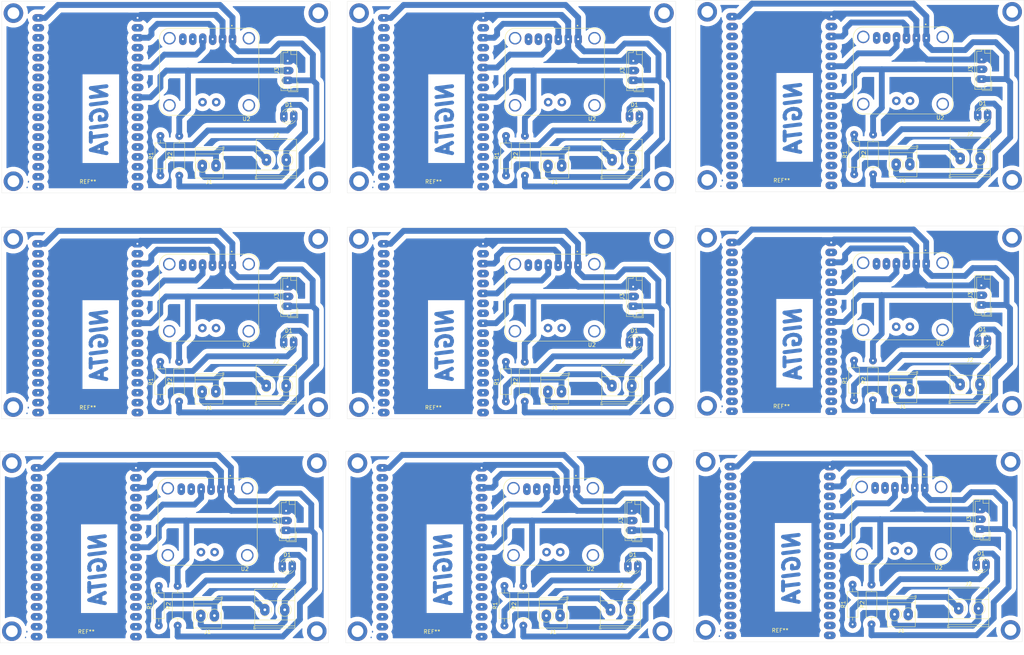
<source format=kicad_pcb>
(kicad_pcb (version 20171130) (host pcbnew "(5.1.10)-1")
  (layers (0 F.Cu signal) (31 B.Cu signal) (34 B.Paste user) (35 F.Paste user) (36 B.SilkS user) (37 F.SilkS user) (38 B.Mask user) (39 F.Mask user) (44 Edge.Cuts user))
  (net 0 "")
  (net 1 "Net-(D1-Pad2)")
  (net 2 "Net-(D1-Pad1)")
  (net 3 "Net-(J1-Pad1)")
  (net 4 GND)
  (net 5 Temp_in)
  (net 6 +3V3)
  (net 7 SDA)
  (net 8 SCL)
  (net 9 "Net-(U2-Pad6)")
  (net 10 "Net-(U2-Pad5)")
  (module Resistor_THT:R_Axial_DIN0207_L6.3mm_D2.5mm_P10.16mm_Horizontal (layer F.Cu) (at 240.06 177.056 90)
    (fp_text reference R2 (at 5.08 -2.37 90) (layer F.SilkS))
    (fp_text value 4K7)
    (pad 2 thru_hole circle (at 10.16 0 90) (size 2 2) (drill 0.5) (layers *.Cu *.Mask))
    (pad 1 thru_hole circle (at 0 0 90) (size 2 2) (drill 0.5) (layers *.Cu *.Mask))
  )
  (module Resistor_THT:R_Axial_DIN0207_L6.3mm_D2.5mm_P10.16mm_Horizontal (layer F.Cu) (at 235.23 177.056 90)
    (fp_text reference R1 (at 5.08 -2.37 90) (layer F.SilkS))
    (fp_text value 1K)
    (pad 2 thru_hole circle (at 10.16 0 90) (size 2 2) (drill 0.5) (layers *.Cu *.Mask))
    (pad 1 thru_hole circle (at 0 0 90) (size 2 2) (drill 0.5) (layers *.Cu *.Mask))
  )
  (module Connector_JST:JST_EH_B3B-EH-A_1x03_P2.50mm_Vertical (layer F.Cu) (at 267.79 152.6885 90)
    (fp_text reference J3 (at 2.5 -2.8 90) (layer F.SilkS))
    (fp_text value DS18b20)
    (pad 3 thru_hole oval (at 5 0 90) (size 1.9 3) (drill 0.5) (layers *.Cu *.Mask))
    (pad 2 thru_hole oval (at 2.5 0 90) (size 1.9 3) (drill 0.5) (layers *.Cu *.Mask))
    (pad 1 thru_hole oval (at 0 0 90) (size 1.9 3) (drill 0.5) (layers *.Cu *.Mask))
  )
  (module TerminalBlock_Phoenix:TerminalBlock_Phoenix_MKDS-1,5-2-5.08_1x02_P5.08mm_Horizontal (layer F.Cu) (at 262.36 173.006)
    (fp_text reference J2 (at 2.54 -6.26) (layer F.SilkS))
    (fp_text value PV_in)
    (pad 2 thru_hole oval (at 5.08 0) (size 2.4 3) (drill 0.7) (layers *.Cu *.Mask))
    (pad 1 thru_hole oval (at 0 0) (size 2.4 3) (drill 0.7) (layers *.Cu *.Mask))
  )
  (module TerminalBlock_Phoenix:TerminalBlock_Phoenix_PT-1,5-2-3.5-H_1x02_P3.50mm_Horizontal (layer F.Cu) (at 249.46 174.506 180)
    (fp_text reference J1 (at 1.75 -4.16) (layer F.SilkS))
    (fp_text value 904_in)
    (pad 2 thru_hole oval (at 3.5 0 180) (size 2.4 3) (drill 0.7) (layers *.Cu *.Mask))
    (pad 1 thru_hole oval (at 0 0 180) (size 2.4 3) (drill 0.7) (layers *.Cu *.Mask))
  )
  (module LED_THT:LED_D3.0mm (layer F.Cu) (at 266.815 161.886)
    (fp_text reference D1 (at 1.27 -2.96) (layer F.SilkS))
    (fp_text value LED)
    (pad 2 thru_hole oval (at 2.54 0) (size 1.9 3) (drill 0.5) (layers *.Cu *.Mask))
    (pad 1 thru_hole oval (at 0 0) (size 1.9 3) (drill 0.5) (layers *.Cu *.Mask))
  )
  (module doit-esp32-devkit-kicad-master:ESP32-DOIT-DEVKIT (layer F.Cu) (at 216.692 182.424 180)
    (fp_text reference REF** (at 0 3.81) (layer F.SilkS))
    (fp_text value ESP32-DOIT-DEVKIT)
    (pad 1 thru_hole oval (at -12.7 2.54 180) (size 3 1.9) (drill 0.5) (layers *.Cu *.Mask))
    (pad 2 thru_hole oval (at -12.7 5.08 180) (size 3 1.9) (drill 0.5) (layers *.Cu *.Mask))
    (pad 3 thru_hole oval (at -12.7 7.62 180) (size 3 1.9) (drill 0.5) (layers *.Cu *.Mask))
    (pad 4 thru_hole oval (at -12.7 10.16 180) (size 3 1.9) (drill 0.5) (layers *.Cu *.Mask))
    (pad 5 thru_hole oval (at -12.7 12.7 180) (size 3 1.9) (drill 0.5) (layers *.Cu *.Mask))
    (pad 6 thru_hole oval (at -12.7 15.24 180) (size 3 1.9) (drill 0.5) (layers *.Cu *.Mask))
    (pad 7 thru_hole oval (at -12.7 17.78 180) (size 3 1.9) (drill 0.5) (layers *.Cu *.Mask))
    (pad 8 thru_hole oval (at -12.7 20.32 180) (size 3 1.9) (drill 0.5) (layers *.Cu *.Mask))
    (pad 9 thru_hole oval (at -12.7 22.86 180) (size 3 1.9) (drill 0.5) (layers *.Cu *.Mask))
    (pad 10 thru_hole oval (at -12.7 25.4 180) (size 3 1.9) (drill 0.5) (layers *.Cu *.Mask))
    (pad 11 thru_hole oval (at -12.7 27.94 180) (size 3 1.9) (drill 0.5) (layers *.Cu *.Mask))
    (pad 12 thru_hole oval (at -12.7 30.48 180) (size 3 1.9) (drill 0.5) (layers *.Cu *.Mask))
    (pad 13 thru_hole oval (at -12.7 33.02 180) (size 3 1.9) (drill 0.5) (layers *.Cu *.Mask))
    (pad 14 thru_hole oval (at -12.7 35.56 180) (size 3 1.9) (drill 0.5) (layers *.Cu *.Mask))
    (pad 15 thru_hole oval (at -12.7 38.1 180) (size 3 1.9) (drill 0.5) (layers *.Cu *.Mask))
    (pad 16 thru_hole oval (at -12.7 40.64 180) (size 3 1.9) (drill 0.5) (layers *.Cu *.Mask))
    (pad 21 thru_hole oval (at 12.7 40.64 180) (size 3 1.9) (drill 0.5) (layers *.Cu *.Mask))
    (pad 22 thru_hole oval (at 12.7 38.1 180) (size 3 1.9) (drill 0.5) (layers *.Cu *.Mask))
    (pad 23 thru_hole oval (at 12.7 35.56 180) (size 3 1.9) (drill 0.5) (layers *.Cu *.Mask))
    (pad 24 thru_hole oval (at 12.7 33.02 180) (size 3 1.9) (drill 0.5) (layers *.Cu *.Mask))
    (pad 25 thru_hole oval (at 12.7 30.48 180) (size 3 1.9) (drill 0.5) (layers *.Cu *.Mask))
    (pad 26 thru_hole oval (at 12.7 27.94 180) (size 3 1.9) (drill 0.5) (layers *.Cu *.Mask))
    (pad 27 thru_hole oval (at 12.7 25.4 180) (size 3 1.9) (drill 0.5) (layers *.Cu *.Mask))
    (pad 28 thru_hole oval (at 12.7 22.86 180) (size 3 1.9) (drill 0.5) (layers *.Cu *.Mask))
    (pad 29 thru_hole oval (at 12.7 20.32 180) (size 3 1.9) (drill 0.5) (layers *.Cu *.Mask))
    (pad 30 thru_hole oval (at 12.7 17.78 180) (size 3 1.9) (drill 0.5) (layers *.Cu *.Mask))
    (pad 31 thru_hole oval (at 12.7 15.24 180) (size 3 1.9) (drill 0.5) (layers *.Cu *.Mask))
    (pad 32 thru_hole oval (at 12.7 12.7 180) (size 3 1.9) (drill 0.5) (layers *.Cu *.Mask))
    (pad 33 thru_hole oval (at 12.7 10.16 180) (size 3 1.9) (drill 0.5) (layers *.Cu *.Mask))
    (pad 34 thru_hole oval (at 12.7 7.62 180) (size 3 1.9) (drill 0.5) (layers *.Cu *.Mask))
    (pad 35 thru_hole oval (at 12.7 5.08 180) (size 3 1.9) (drill 0.5) (layers *.Cu *.Mask))
    (pad 36 thru_hole oval (at 12.7 2.54 180) (size 3 1.9) (drill 0.5) (layers *.Cu *.Mask))
    (pad 17 thru_hole oval (at -12.7 43.18 180) (size 3 1.9) (drill 0.5) (layers *.Cu *.Mask))
    (pad 20 thru_hole oval (at 12.7 43.18 180) (size 3 1.9) (drill 0.5) (layers *.Cu *.Mask))
    (pad 19 thru_hole oval (at 12.7 45.72 180) (size 3 1.9) (drill 0.5) (layers *.Cu *.Mask))
    (pad 18 thru_hole oval (at -12.7 45.72 180) (size 3 1.9) (drill 0.5) (layers *.Cu *.Mask))
  )
  (module "Lib KiCAD:MODULE_904" (layer F.Cu) (at 247.71 150.486 180)
    (fp_text reference U2 (at -9.525 -12.065) (layer F.SilkS))
    (fp_text value 904)
    (pad P3 thru_hole circle (at 10.16 8.58 180) (size 3.2 3.2) (drill 2.5) (layers *.Cu *.Mask))
    (pad P2 thru_hole circle (at 10.16 -8.58 180) (size 3.2 3.2) (drill 2.5) (layers *.Cu *.Mask))
    (pad P1 thru_hole circle (at -10.16 -8.58 180) (size 3.2 3.2) (drill 2.5) (layers *.Cu *.Mask))
    (pad P4 thru_hole circle (at -10.16 8.58 180) (size 3.2 3.2) (drill 2.5) (layers *.Cu *.Mask))
    (pad VIN+ thru_hole circle (at 1.7 -7.78 180) (size 2.1844 2.1844) (drill 1) (layers *.Cu *.Mask))
    (pad VIN- thru_hole circle (at -1.8 -7.78 180) (size 2.1844 2.1844) (drill 1) (layers *.Cu *.Mask))
    (pad 6 thru_hole oval (at 6.731 8.326 180) (size 1.9 3) (drill 0.5) (layers *.Cu *.Mask))
    (pad 5 thru_hole oval (at 4.191 8.326 180) (size 1.9 3) (drill 0.5) (layers *.Cu *.Mask))
    (pad 1 thru_hole oval (at -5.969 8.326 180) (size 1.9 3) (drill 0.5) (layers *.Cu *.Mask))
    (pad 2 thru_hole oval (at -3.429 8.326 180) (size 1.9 3) (drill 0.5) (layers *.Cu *.Mask))
    (pad 4 thru_hole oval (at 1.651 8.326 180) (size 1.9 3) (drill 0.5) (layers *.Cu *.Mask))
    (pad 3 thru_hole oval (at -0.889 8.326 180) (size 1.9 3) (drill 0.5) (layers *.Cu *.Mask))
  )
  (module doit-esp32-devkit-kicad-master:ESP32-DOIT-DEVKIT (layer F.Cu) (at 127.632 182.754 180)
    (fp_text reference REF** (at 0 3.81) (layer F.SilkS))
    (fp_text value ESP32-DOIT-DEVKIT)
    (pad 1 thru_hole oval (at -12.7 2.54 180) (size 3 1.9) (drill 0.5) (layers *.Cu *.Mask))
    (pad 2 thru_hole oval (at -12.7 5.08 180) (size 3 1.9) (drill 0.5) (layers *.Cu *.Mask))
    (pad 3 thru_hole oval (at -12.7 7.62 180) (size 3 1.9) (drill 0.5) (layers *.Cu *.Mask))
    (pad 4 thru_hole oval (at -12.7 10.16 180) (size 3 1.9) (drill 0.5) (layers *.Cu *.Mask))
    (pad 5 thru_hole oval (at -12.7 12.7 180) (size 3 1.9) (drill 0.5) (layers *.Cu *.Mask))
    (pad 6 thru_hole oval (at -12.7 15.24 180) (size 3 1.9) (drill 0.5) (layers *.Cu *.Mask))
    (pad 7 thru_hole oval (at -12.7 17.78 180) (size 3 1.9) (drill 0.5) (layers *.Cu *.Mask))
    (pad 8 thru_hole oval (at -12.7 20.32 180) (size 3 1.9) (drill 0.5) (layers *.Cu *.Mask))
    (pad 9 thru_hole oval (at -12.7 22.86 180) (size 3 1.9) (drill 0.5) (layers *.Cu *.Mask))
    (pad 10 thru_hole oval (at -12.7 25.4 180) (size 3 1.9) (drill 0.5) (layers *.Cu *.Mask))
    (pad 11 thru_hole oval (at -12.7 27.94 180) (size 3 1.9) (drill 0.5) (layers *.Cu *.Mask))
    (pad 12 thru_hole oval (at -12.7 30.48 180) (size 3 1.9) (drill 0.5) (layers *.Cu *.Mask))
    (pad 13 thru_hole oval (at -12.7 33.02 180) (size 3 1.9) (drill 0.5) (layers *.Cu *.Mask))
    (pad 14 thru_hole oval (at -12.7 35.56 180) (size 3 1.9) (drill 0.5) (layers *.Cu *.Mask))
    (pad 15 thru_hole oval (at -12.7 38.1 180) (size 3 1.9) (drill 0.5) (layers *.Cu *.Mask))
    (pad 16 thru_hole oval (at -12.7 40.64 180) (size 3 1.9) (drill 0.5) (layers *.Cu *.Mask))
    (pad 21 thru_hole oval (at 12.7 40.64 180) (size 3 1.9) (drill 0.5) (layers *.Cu *.Mask))
    (pad 22 thru_hole oval (at 12.7 38.1 180) (size 3 1.9) (drill 0.5) (layers *.Cu *.Mask))
    (pad 23 thru_hole oval (at 12.7 35.56 180) (size 3 1.9) (drill 0.5) (layers *.Cu *.Mask))
    (pad 24 thru_hole oval (at 12.7 33.02 180) (size 3 1.9) (drill 0.5) (layers *.Cu *.Mask))
    (pad 25 thru_hole oval (at 12.7 30.48 180) (size 3 1.9) (drill 0.5) (layers *.Cu *.Mask))
    (pad 26 thru_hole oval (at 12.7 27.94 180) (size 3 1.9) (drill 0.5) (layers *.Cu *.Mask))
    (pad 27 thru_hole oval (at 12.7 25.4 180) (size 3 1.9) (drill 0.5) (layers *.Cu *.Mask))
    (pad 28 thru_hole oval (at 12.7 22.86 180) (size 3 1.9) (drill 0.5) (layers *.Cu *.Mask))
    (pad 29 thru_hole oval (at 12.7 20.32 180) (size 3 1.9) (drill 0.5) (layers *.Cu *.Mask))
    (pad 30 thru_hole oval (at 12.7 17.78 180) (size 3 1.9) (drill 0.5) (layers *.Cu *.Mask))
    (pad 31 thru_hole oval (at 12.7 15.24 180) (size 3 1.9) (drill 0.5) (layers *.Cu *.Mask))
    (pad 32 thru_hole oval (at 12.7 12.7 180) (size 3 1.9) (drill 0.5) (layers *.Cu *.Mask))
    (pad 33 thru_hole oval (at 12.7 10.16 180) (size 3 1.9) (drill 0.5) (layers *.Cu *.Mask))
    (pad 34 thru_hole oval (at 12.7 7.62 180) (size 3 1.9) (drill 0.5) (layers *.Cu *.Mask))
    (pad 35 thru_hole oval (at 12.7 5.08 180) (size 3 1.9) (drill 0.5) (layers *.Cu *.Mask))
    (pad 36 thru_hole oval (at 12.7 2.54 180) (size 3 1.9) (drill 0.5) (layers *.Cu *.Mask))
    (pad 17 thru_hole oval (at -12.7 43.18 180) (size 3 1.9) (drill 0.5) (layers *.Cu *.Mask))
    (pad 20 thru_hole oval (at 12.7 43.18 180) (size 3 1.9) (drill 0.5) (layers *.Cu *.Mask))
    (pad 19 thru_hole oval (at 12.7 45.72 180) (size 3 1.9) (drill 0.5) (layers *.Cu *.Mask))
    (pad 18 thru_hole oval (at -12.7 45.72 180) (size 3 1.9) (drill 0.5) (layers *.Cu *.Mask))
  )
  (module TerminalBlock_Phoenix:TerminalBlock_Phoenix_PT-1,5-2-3.5-H_1x02_P3.50mm_Horizontal (layer F.Cu) (at 160.4 174.836 180)
    (fp_text reference J1 (at 1.75 -4.16) (layer F.SilkS))
    (fp_text value 904_in)
    (pad 2 thru_hole oval (at 3.5 0 180) (size 2.4 3) (drill 0.7) (layers *.Cu *.Mask))
    (pad 1 thru_hole oval (at 0 0 180) (size 2.4 3) (drill 0.7) (layers *.Cu *.Mask))
  )
  (module LED_THT:LED_D3.0mm (layer F.Cu) (at 177.755 162.216)
    (fp_text reference D1 (at 1.27 -2.96) (layer F.SilkS))
    (fp_text value LED)
    (pad 2 thru_hole oval (at 2.54 0) (size 1.9 3) (drill 0.5) (layers *.Cu *.Mask))
    (pad 1 thru_hole oval (at 0 0) (size 1.9 3) (drill 0.5) (layers *.Cu *.Mask))
  )
  (module Connector_JST:JST_EH_B3B-EH-A_1x03_P2.50mm_Vertical (layer F.Cu) (at 178.73 153.0185 90)
    (fp_text reference J3 (at 2.5 -2.8 90) (layer F.SilkS))
    (fp_text value DS18b20)
    (pad 3 thru_hole oval (at 5 0 90) (size 1.9 3) (drill 0.5) (layers *.Cu *.Mask))
    (pad 2 thru_hole oval (at 2.5 0 90) (size 1.9 3) (drill 0.5) (layers *.Cu *.Mask))
    (pad 1 thru_hole oval (at 0 0 90) (size 1.9 3) (drill 0.5) (layers *.Cu *.Mask))
  )
  (module TerminalBlock_Phoenix:TerminalBlock_Phoenix_MKDS-1,5-2-5.08_1x02_P5.08mm_Horizontal (layer F.Cu) (at 173.3 173.336)
    (fp_text reference J2 (at 2.54 -6.26) (layer F.SilkS))
    (fp_text value PV_in)
    (pad 2 thru_hole oval (at 5.08 0) (size 2.4 3) (drill 0.7) (layers *.Cu *.Mask))
    (pad 1 thru_hole oval (at 0 0) (size 2.4 3) (drill 0.7) (layers *.Cu *.Mask))
  )
  (module Resistor_THT:R_Axial_DIN0207_L6.3mm_D2.5mm_P10.16mm_Horizontal (layer F.Cu) (at 146.17 177.386 90)
    (fp_text reference R1 (at 5.08 -2.37 90) (layer F.SilkS))
    (fp_text value 1K)
    (pad 2 thru_hole circle (at 10.16 0 90) (size 2 2) (drill 0.5) (layers *.Cu *.Mask))
    (pad 1 thru_hole circle (at 0 0 90) (size 2 2) (drill 0.5) (layers *.Cu *.Mask))
  )
  (module Resistor_THT:R_Axial_DIN0207_L6.3mm_D2.5mm_P10.16mm_Horizontal (layer F.Cu) (at 151 177.386 90)
    (fp_text reference R2 (at 5.08 -2.37 90) (layer F.SilkS))
    (fp_text value 4K7)
    (pad 2 thru_hole circle (at 10.16 0 90) (size 2 2) (drill 0.5) (layers *.Cu *.Mask))
    (pad 1 thru_hole circle (at 0 0 90) (size 2 2) (drill 0.5) (layers *.Cu *.Mask))
  )
  (module "Lib KiCAD:MODULE_904" (layer F.Cu) (at 158.65 150.816 180)
    (fp_text reference U2 (at -9.525 -12.065) (layer F.SilkS))
    (fp_text value 904)
    (pad P3 thru_hole circle (at 10.16 8.58 180) (size 3.2 3.2) (drill 2.5) (layers *.Cu *.Mask))
    (pad P2 thru_hole circle (at 10.16 -8.58 180) (size 3.2 3.2) (drill 2.5) (layers *.Cu *.Mask))
    (pad P1 thru_hole circle (at -10.16 -8.58 180) (size 3.2 3.2) (drill 2.5) (layers *.Cu *.Mask))
    (pad P4 thru_hole circle (at -10.16 8.58 180) (size 3.2 3.2) (drill 2.5) (layers *.Cu *.Mask))
    (pad VIN+ thru_hole circle (at 1.7 -7.78 180) (size 2.1844 2.1844) (drill 1) (layers *.Cu *.Mask))
    (pad VIN- thru_hole circle (at -1.8 -7.78 180) (size 2.1844 2.1844) (drill 1) (layers *.Cu *.Mask))
    (pad 6 thru_hole oval (at 6.731 8.326 180) (size 1.9 3) (drill 0.5) (layers *.Cu *.Mask))
    (pad 5 thru_hole oval (at 4.191 8.326 180) (size 1.9 3) (drill 0.5) (layers *.Cu *.Mask))
    (pad 1 thru_hole oval (at -5.969 8.326 180) (size 1.9 3) (drill 0.5) (layers *.Cu *.Mask))
    (pad 2 thru_hole oval (at -3.429 8.326 180) (size 1.9 3) (drill 0.5) (layers *.Cu *.Mask))
    (pad 4 thru_hole oval (at 1.651 8.326 180) (size 1.9 3) (drill 0.5) (layers *.Cu *.Mask))
    (pad 3 thru_hole oval (at -0.889 8.326 180) (size 1.9 3) (drill 0.5) (layers *.Cu *.Mask))
  )
  (module doit-esp32-devkit-kicad-master:ESP32-DOIT-DEVKIT (layer F.Cu) (at 39.222 182.754 180)
    (fp_text reference REF** (at 0 3.81) (layer F.SilkS))
    (fp_text value ESP32-DOIT-DEVKIT)
    (pad 18 thru_hole oval (at -12.7 45.72 180) (size 3 1.9) (drill 0.5) (layers *.Cu *.Mask))
    (pad 19 thru_hole oval (at 12.7 45.72 180) (size 3 1.9) (drill 0.5) (layers *.Cu *.Mask))
    (pad 20 thru_hole oval (at 12.7 43.18 180) (size 3 1.9) (drill 0.5) (layers *.Cu *.Mask))
    (pad 17 thru_hole oval (at -12.7 43.18 180) (size 3 1.9) (drill 0.5) (layers *.Cu *.Mask))
    (pad 36 thru_hole oval (at 12.7 2.54 180) (size 3 1.9) (drill 0.5) (layers *.Cu *.Mask))
    (pad 35 thru_hole oval (at 12.7 5.08 180) (size 3 1.9) (drill 0.5) (layers *.Cu *.Mask))
    (pad 34 thru_hole oval (at 12.7 7.62 180) (size 3 1.9) (drill 0.5) (layers *.Cu *.Mask))
    (pad 33 thru_hole oval (at 12.7 10.16 180) (size 3 1.9) (drill 0.5) (layers *.Cu *.Mask))
    (pad 32 thru_hole oval (at 12.7 12.7 180) (size 3 1.9) (drill 0.5) (layers *.Cu *.Mask))
    (pad 31 thru_hole oval (at 12.7 15.24 180) (size 3 1.9) (drill 0.5) (layers *.Cu *.Mask))
    (pad 30 thru_hole oval (at 12.7 17.78 180) (size 3 1.9) (drill 0.5) (layers *.Cu *.Mask))
    (pad 29 thru_hole oval (at 12.7 20.32 180) (size 3 1.9) (drill 0.5) (layers *.Cu *.Mask))
    (pad 28 thru_hole oval (at 12.7 22.86 180) (size 3 1.9) (drill 0.5) (layers *.Cu *.Mask))
    (pad 27 thru_hole oval (at 12.7 25.4 180) (size 3 1.9) (drill 0.5) (layers *.Cu *.Mask))
    (pad 26 thru_hole oval (at 12.7 27.94 180) (size 3 1.9) (drill 0.5) (layers *.Cu *.Mask))
    (pad 25 thru_hole oval (at 12.7 30.48 180) (size 3 1.9) (drill 0.5) (layers *.Cu *.Mask))
    (pad 24 thru_hole oval (at 12.7 33.02 180) (size 3 1.9) (drill 0.5) (layers *.Cu *.Mask))
    (pad 23 thru_hole oval (at 12.7 35.56 180) (size 3 1.9) (drill 0.5) (layers *.Cu *.Mask))
    (pad 22 thru_hole oval (at 12.7 38.1 180) (size 3 1.9) (drill 0.5) (layers *.Cu *.Mask))
    (pad 21 thru_hole oval (at 12.7 40.64 180) (size 3 1.9) (drill 0.5) (layers *.Cu *.Mask))
    (pad 16 thru_hole oval (at -12.7 40.64 180) (size 3 1.9) (drill 0.5) (layers *.Cu *.Mask))
    (pad 15 thru_hole oval (at -12.7 38.1 180) (size 3 1.9) (drill 0.5) (layers *.Cu *.Mask))
    (pad 14 thru_hole oval (at -12.7 35.56 180) (size 3 1.9) (drill 0.5) (layers *.Cu *.Mask))
    (pad 13 thru_hole oval (at -12.7 33.02 180) (size 3 1.9) (drill 0.5) (layers *.Cu *.Mask))
    (pad 12 thru_hole oval (at -12.7 30.48 180) (size 3 1.9) (drill 0.5) (layers *.Cu *.Mask))
    (pad 11 thru_hole oval (at -12.7 27.94 180) (size 3 1.9) (drill 0.5) (layers *.Cu *.Mask))
    (pad 10 thru_hole oval (at -12.7 25.4 180) (size 3 1.9) (drill 0.5) (layers *.Cu *.Mask))
    (pad 9 thru_hole oval (at -12.7 22.86 180) (size 3 1.9) (drill 0.5) (layers *.Cu *.Mask))
    (pad 8 thru_hole oval (at -12.7 20.32 180) (size 3 1.9) (drill 0.5) (layers *.Cu *.Mask))
    (pad 7 thru_hole oval (at -12.7 17.78 180) (size 3 1.9) (drill 0.5) (layers *.Cu *.Mask))
    (pad 6 thru_hole oval (at -12.7 15.24 180) (size 3 1.9) (drill 0.5) (layers *.Cu *.Mask))
    (pad 5 thru_hole oval (at -12.7 12.7 180) (size 3 1.9) (drill 0.5) (layers *.Cu *.Mask))
    (pad 4 thru_hole oval (at -12.7 10.16 180) (size 3 1.9) (drill 0.5) (layers *.Cu *.Mask))
    (pad 3 thru_hole oval (at -12.7 7.62 180) (size 3 1.9) (drill 0.5) (layers *.Cu *.Mask))
    (pad 2 thru_hole oval (at -12.7 5.08 180) (size 3 1.9) (drill 0.5) (layers *.Cu *.Mask))
    (pad 1 thru_hole oval (at -12.7 2.54 180) (size 3 1.9) (drill 0.5) (layers *.Cu *.Mask))
  )
  (module LED_THT:LED_D3.0mm (layer F.Cu) (at 89.345 162.216)
    (fp_text reference D1 (at 1.27 -2.96) (layer F.SilkS))
    (fp_text value LED)
    (pad 1 thru_hole oval (at 0 0) (size 1.9 3) (drill 0.5) (layers *.Cu *.Mask))
    (pad 2 thru_hole oval (at 2.54 0) (size 1.9 3) (drill 0.5) (layers *.Cu *.Mask))
  )
  (module TerminalBlock_Phoenix:TerminalBlock_Phoenix_PT-1,5-2-3.5-H_1x02_P3.50mm_Horizontal (layer F.Cu) (at 71.99 174.836 180)
    (fp_text reference J1 (at 1.75 -4.16) (layer F.SilkS))
    (fp_text value 904_in)
    (pad 1 thru_hole oval (at 0 0 180) (size 2.4 3) (drill 0.7) (layers *.Cu *.Mask))
    (pad 2 thru_hole oval (at 3.5 0 180) (size 2.4 3) (drill 0.7) (layers *.Cu *.Mask))
  )
  (module TerminalBlock_Phoenix:TerminalBlock_Phoenix_MKDS-1,5-2-5.08_1x02_P5.08mm_Horizontal (layer F.Cu) (at 84.89 173.336)
    (fp_text reference J2 (at 2.54 -6.26) (layer F.SilkS))
    (fp_text value PV_in)
    (pad 1 thru_hole oval (at 0 0) (size 2.4 3) (drill 0.7) (layers *.Cu *.Mask))
    (pad 2 thru_hole oval (at 5.08 0) (size 2.4 3) (drill 0.7) (layers *.Cu *.Mask))
  )
  (module Connector_JST:JST_EH_B3B-EH-A_1x03_P2.50mm_Vertical (layer F.Cu) (at 90.32 153.0185 90)
    (fp_text reference J3 (at 2.5 -2.8 90) (layer F.SilkS))
    (fp_text value DS18b20)
    (pad 1 thru_hole oval (at 0 0 90) (size 1.9 3) (drill 0.5) (layers *.Cu *.Mask))
    (pad 2 thru_hole oval (at 2.5 0 90) (size 1.9 3) (drill 0.5) (layers *.Cu *.Mask))
    (pad 3 thru_hole oval (at 5 0 90) (size 1.9 3) (drill 0.5) (layers *.Cu *.Mask))
  )
  (module Resistor_THT:R_Axial_DIN0207_L6.3mm_D2.5mm_P10.16mm_Horizontal (layer F.Cu) (at 57.76 177.386 90)
    (fp_text reference R1 (at 5.08 -2.37 90) (layer F.SilkS))
    (fp_text value 1K)
    (pad 1 thru_hole circle (at 0 0 90) (size 2 2) (drill 0.5) (layers *.Cu *.Mask))
    (pad 2 thru_hole circle (at 10.16 0 90) (size 2 2) (drill 0.5) (layers *.Cu *.Mask))
  )
  (module Resistor_THT:R_Axial_DIN0207_L6.3mm_D2.5mm_P10.16mm_Horizontal (layer F.Cu) (at 62.59 177.386 90)
    (fp_text reference R2 (at 5.08 -2.37 90) (layer F.SilkS))
    (fp_text value 4K7)
    (pad 1 thru_hole circle (at 0 0 90) (size 2 2) (drill 0.5) (layers *.Cu *.Mask))
    (pad 2 thru_hole circle (at 10.16 0 90) (size 2 2) (drill 0.5) (layers *.Cu *.Mask))
  )
  (module "Lib KiCAD:MODULE_904" (layer F.Cu) (at 70.24 150.816 180)
    (fp_text reference U2 (at -9.525 -12.065) (layer F.SilkS))
    (fp_text value 904)
    (pad 3 thru_hole oval (at -0.889 8.326 180) (size 1.9 3) (drill 0.5) (layers *.Cu *.Mask))
    (pad 4 thru_hole oval (at 1.651 8.326 180) (size 1.9 3) (drill 0.5) (layers *.Cu *.Mask))
    (pad 2 thru_hole oval (at -3.429 8.326 180) (size 1.9 3) (drill 0.5) (layers *.Cu *.Mask))
    (pad 1 thru_hole oval (at -5.969 8.326 180) (size 1.9 3) (drill 0.5) (layers *.Cu *.Mask))
    (pad 5 thru_hole oval (at 4.191 8.326 180) (size 1.9 3) (drill 0.5) (layers *.Cu *.Mask))
    (pad 6 thru_hole oval (at 6.731 8.326 180) (size 1.9 3) (drill 0.5) (layers *.Cu *.Mask))
    (pad VIN- thru_hole circle (at -1.8 -7.78 180) (size 2.1844 2.1844) (drill 1) (layers *.Cu *.Mask))
    (pad VIN+ thru_hole circle (at 1.7 -7.78 180) (size 2.1844 2.1844) (drill 1) (layers *.Cu *.Mask))
    (pad P4 thru_hole circle (at -10.16 8.58 180) (size 3.2 3.2) (drill 2.5) (layers *.Cu *.Mask))
    (pad P1 thru_hole circle (at -10.16 -8.58 180) (size 3.2 3.2) (drill 2.5) (layers *.Cu *.Mask))
    (pad P2 thru_hole circle (at 10.16 -8.58 180) (size 3.2 3.2) (drill 2.5) (layers *.Cu *.Mask))
    (pad P3 thru_hole circle (at 10.16 8.58 180) (size 3.2 3.2) (drill 2.5) (layers *.Cu *.Mask))
  )
  (module Resistor_THT:R_Axial_DIN0207_L6.3mm_D2.5mm_P10.16mm_Horizontal (layer F.Cu) (at 240.43 119.736 90)
    (fp_text reference R2 (at 5.08 -2.37 90) (layer F.SilkS))
    (fp_text value 4K7)
    (pad 2 thru_hole circle (at 10.16 0 90) (size 2 2) (drill 0.5) (layers *.Cu *.Mask))
    (pad 1 thru_hole circle (at 0 0 90) (size 2 2) (drill 0.5) (layers *.Cu *.Mask))
  )
  (module Resistor_THT:R_Axial_DIN0207_L6.3mm_D2.5mm_P10.16mm_Horizontal (layer F.Cu) (at 235.6 119.736 90)
    (fp_text reference R1 (at 5.08 -2.37 90) (layer F.SilkS))
    (fp_text value 1K)
    (pad 2 thru_hole circle (at 10.16 0 90) (size 2 2) (drill 0.5) (layers *.Cu *.Mask))
    (pad 1 thru_hole circle (at 0 0 90) (size 2 2) (drill 0.5) (layers *.Cu *.Mask))
  )
  (module Connector_JST:JST_EH_B3B-EH-A_1x03_P2.50mm_Vertical (layer F.Cu) (at 268.16 95.3685 90)
    (fp_text reference J3 (at 2.5 -2.8 90) (layer F.SilkS))
    (fp_text value DS18b20)
    (pad 3 thru_hole oval (at 5 0 90) (size 1.9 3) (drill 0.5) (layers *.Cu *.Mask))
    (pad 2 thru_hole oval (at 2.5 0 90) (size 1.9 3) (drill 0.5) (layers *.Cu *.Mask))
    (pad 1 thru_hole oval (at 0 0 90) (size 1.9 3) (drill 0.5) (layers *.Cu *.Mask))
  )
  (module TerminalBlock_Phoenix:TerminalBlock_Phoenix_MKDS-1,5-2-5.08_1x02_P5.08mm_Horizontal (layer F.Cu) (at 262.73 115.686)
    (fp_text reference J2 (at 2.54 -6.26) (layer F.SilkS))
    (fp_text value PV_in)
    (pad 2 thru_hole oval (at 5.08 0) (size 2.4 3) (drill 0.7) (layers *.Cu *.Mask))
    (pad 1 thru_hole oval (at 0 0) (size 2.4 3) (drill 0.7) (layers *.Cu *.Mask))
  )
  (module TerminalBlock_Phoenix:TerminalBlock_Phoenix_PT-1,5-2-3.5-H_1x02_P3.50mm_Horizontal (layer F.Cu) (at 249.83 117.186 180)
    (fp_text reference J1 (at 1.75 -4.16) (layer F.SilkS))
    (fp_text value 904_in)
    (pad 2 thru_hole oval (at 3.5 0 180) (size 2.4 3) (drill 0.7) (layers *.Cu *.Mask))
    (pad 1 thru_hole oval (at 0 0 180) (size 2.4 3) (drill 0.7) (layers *.Cu *.Mask))
  )
  (module LED_THT:LED_D3.0mm (layer F.Cu) (at 267.185 104.566)
    (fp_text reference D1 (at 1.27 -2.96) (layer F.SilkS))
    (fp_text value LED)
    (pad 2 thru_hole oval (at 2.54 0) (size 1.9 3) (drill 0.5) (layers *.Cu *.Mask))
    (pad 1 thru_hole oval (at 0 0) (size 1.9 3) (drill 0.5) (layers *.Cu *.Mask))
  )
  (module doit-esp32-devkit-kicad-master:ESP32-DOIT-DEVKIT (layer F.Cu) (at 217.062 125.104 180)
    (fp_text reference REF** (at 0 3.81) (layer F.SilkS))
    (fp_text value ESP32-DOIT-DEVKIT)
    (pad 1 thru_hole oval (at -12.7 2.54 180) (size 3 1.9) (drill 0.5) (layers *.Cu *.Mask))
    (pad 2 thru_hole oval (at -12.7 5.08 180) (size 3 1.9) (drill 0.5) (layers *.Cu *.Mask))
    (pad 3 thru_hole oval (at -12.7 7.62 180) (size 3 1.9) (drill 0.5) (layers *.Cu *.Mask))
    (pad 4 thru_hole oval (at -12.7 10.16 180) (size 3 1.9) (drill 0.5) (layers *.Cu *.Mask))
    (pad 5 thru_hole oval (at -12.7 12.7 180) (size 3 1.9) (drill 0.5) (layers *.Cu *.Mask))
    (pad 6 thru_hole oval (at -12.7 15.24 180) (size 3 1.9) (drill 0.5) (layers *.Cu *.Mask))
    (pad 7 thru_hole oval (at -12.7 17.78 180) (size 3 1.9) (drill 0.5) (layers *.Cu *.Mask))
    (pad 8 thru_hole oval (at -12.7 20.32 180) (size 3 1.9) (drill 0.5) (layers *.Cu *.Mask))
    (pad 9 thru_hole oval (at -12.7 22.86 180) (size 3 1.9) (drill 0.5) (layers *.Cu *.Mask))
    (pad 10 thru_hole oval (at -12.7 25.4 180) (size 3 1.9) (drill 0.5) (layers *.Cu *.Mask))
    (pad 11 thru_hole oval (at -12.7 27.94 180) (size 3 1.9) (drill 0.5) (layers *.Cu *.Mask))
    (pad 12 thru_hole oval (at -12.7 30.48 180) (size 3 1.9) (drill 0.5) (layers *.Cu *.Mask))
    (pad 13 thru_hole oval (at -12.7 33.02 180) (size 3 1.9) (drill 0.5) (layers *.Cu *.Mask))
    (pad 14 thru_hole oval (at -12.7 35.56 180) (size 3 1.9) (drill 0.5) (layers *.Cu *.Mask))
    (pad 15 thru_hole oval (at -12.7 38.1 180) (size 3 1.9) (drill 0.5) (layers *.Cu *.Mask))
    (pad 16 thru_hole oval (at -12.7 40.64 180) (size 3 1.9) (drill 0.5) (layers *.Cu *.Mask))
    (pad 21 thru_hole oval (at 12.7 40.64 180) (size 3 1.9) (drill 0.5) (layers *.Cu *.Mask))
    (pad 22 thru_hole oval (at 12.7 38.1 180) (size 3 1.9) (drill 0.5) (layers *.Cu *.Mask))
    (pad 23 thru_hole oval (at 12.7 35.56 180) (size 3 1.9) (drill 0.5) (layers *.Cu *.Mask))
    (pad 24 thru_hole oval (at 12.7 33.02 180) (size 3 1.9) (drill 0.5) (layers *.Cu *.Mask))
    (pad 25 thru_hole oval (at 12.7 30.48 180) (size 3 1.9) (drill 0.5) (layers *.Cu *.Mask))
    (pad 26 thru_hole oval (at 12.7 27.94 180) (size 3 1.9) (drill 0.5) (layers *.Cu *.Mask))
    (pad 27 thru_hole oval (at 12.7 25.4 180) (size 3 1.9) (drill 0.5) (layers *.Cu *.Mask))
    (pad 28 thru_hole oval (at 12.7 22.86 180) (size 3 1.9) (drill 0.5) (layers *.Cu *.Mask))
    (pad 29 thru_hole oval (at 12.7 20.32 180) (size 3 1.9) (drill 0.5) (layers *.Cu *.Mask))
    (pad 30 thru_hole oval (at 12.7 17.78 180) (size 3 1.9) (drill 0.5) (layers *.Cu *.Mask))
    (pad 31 thru_hole oval (at 12.7 15.24 180) (size 3 1.9) (drill 0.5) (layers *.Cu *.Mask))
    (pad 32 thru_hole oval (at 12.7 12.7 180) (size 3 1.9) (drill 0.5) (layers *.Cu *.Mask))
    (pad 33 thru_hole oval (at 12.7 10.16 180) (size 3 1.9) (drill 0.5) (layers *.Cu *.Mask))
    (pad 34 thru_hole oval (at 12.7 7.62 180) (size 3 1.9) (drill 0.5) (layers *.Cu *.Mask))
    (pad 35 thru_hole oval (at 12.7 5.08 180) (size 3 1.9) (drill 0.5) (layers *.Cu *.Mask))
    (pad 36 thru_hole oval (at 12.7 2.54 180) (size 3 1.9) (drill 0.5) (layers *.Cu *.Mask))
    (pad 17 thru_hole oval (at -12.7 43.18 180) (size 3 1.9) (drill 0.5) (layers *.Cu *.Mask))
    (pad 20 thru_hole oval (at 12.7 43.18 180) (size 3 1.9) (drill 0.5) (layers *.Cu *.Mask))
    (pad 19 thru_hole oval (at 12.7 45.72 180) (size 3 1.9) (drill 0.5) (layers *.Cu *.Mask))
    (pad 18 thru_hole oval (at -12.7 45.72 180) (size 3 1.9) (drill 0.5) (layers *.Cu *.Mask))
  )
  (module "Lib KiCAD:MODULE_904" (layer F.Cu) (at 248.08 93.166 180)
    (fp_text reference U2 (at -9.525 -12.065) (layer F.SilkS))
    (fp_text value 904)
    (pad P3 thru_hole circle (at 10.16 8.58 180) (size 3.2 3.2) (drill 2.5) (layers *.Cu *.Mask))
    (pad P2 thru_hole circle (at 10.16 -8.58 180) (size 3.2 3.2) (drill 2.5) (layers *.Cu *.Mask))
    (pad P1 thru_hole circle (at -10.16 -8.58 180) (size 3.2 3.2) (drill 2.5) (layers *.Cu *.Mask))
    (pad P4 thru_hole circle (at -10.16 8.58 180) (size 3.2 3.2) (drill 2.5) (layers *.Cu *.Mask))
    (pad VIN+ thru_hole circle (at 1.7 -7.78 180) (size 2.1844 2.1844) (drill 1) (layers *.Cu *.Mask))
    (pad VIN- thru_hole circle (at -1.8 -7.78 180) (size 2.1844 2.1844) (drill 1) (layers *.Cu *.Mask))
    (pad 6 thru_hole oval (at 6.731 8.326 180) (size 1.9 3) (drill 0.5) (layers *.Cu *.Mask))
    (pad 5 thru_hole oval (at 4.191 8.326 180) (size 1.9 3) (drill 0.5) (layers *.Cu *.Mask))
    (pad 1 thru_hole oval (at -5.969 8.326 180) (size 1.9 3) (drill 0.5) (layers *.Cu *.Mask))
    (pad 2 thru_hole oval (at -3.429 8.326 180) (size 1.9 3) (drill 0.5) (layers *.Cu *.Mask))
    (pad 4 thru_hole oval (at 1.651 8.326 180) (size 1.9 3) (drill 0.5) (layers *.Cu *.Mask))
    (pad 3 thru_hole oval (at -0.889 8.326 180) (size 1.9 3) (drill 0.5) (layers *.Cu *.Mask))
  )
  (module doit-esp32-devkit-kicad-master:ESP32-DOIT-DEVKIT (layer F.Cu) (at 128.002 125.434 180)
    (fp_text reference REF** (at 0 3.81) (layer F.SilkS))
    (fp_text value ESP32-DOIT-DEVKIT)
    (pad 1 thru_hole oval (at -12.7 2.54 180) (size 3 1.9) (drill 0.5) (layers *.Cu *.Mask))
    (pad 2 thru_hole oval (at -12.7 5.08 180) (size 3 1.9) (drill 0.5) (layers *.Cu *.Mask))
    (pad 3 thru_hole oval (at -12.7 7.62 180) (size 3 1.9) (drill 0.5) (layers *.Cu *.Mask))
    (pad 4 thru_hole oval (at -12.7 10.16 180) (size 3 1.9) (drill 0.5) (layers *.Cu *.Mask))
    (pad 5 thru_hole oval (at -12.7 12.7 180) (size 3 1.9) (drill 0.5) (layers *.Cu *.Mask))
    (pad 6 thru_hole oval (at -12.7 15.24 180) (size 3 1.9) (drill 0.5) (layers *.Cu *.Mask))
    (pad 7 thru_hole oval (at -12.7 17.78 180) (size 3 1.9) (drill 0.5) (layers *.Cu *.Mask))
    (pad 8 thru_hole oval (at -12.7 20.32 180) (size 3 1.9) (drill 0.5) (layers *.Cu *.Mask))
    (pad 9 thru_hole oval (at -12.7 22.86 180) (size 3 1.9) (drill 0.5) (layers *.Cu *.Mask))
    (pad 10 thru_hole oval (at -12.7 25.4 180) (size 3 1.9) (drill 0.5) (layers *.Cu *.Mask))
    (pad 11 thru_hole oval (at -12.7 27.94 180) (size 3 1.9) (drill 0.5) (layers *.Cu *.Mask))
    (pad 12 thru_hole oval (at -12.7 30.48 180) (size 3 1.9) (drill 0.5) (layers *.Cu *.Mask))
    (pad 13 thru_hole oval (at -12.7 33.02 180) (size 3 1.9) (drill 0.5) (layers *.Cu *.Mask))
    (pad 14 thru_hole oval (at -12.7 35.56 180) (size 3 1.9) (drill 0.5) (layers *.Cu *.Mask))
    (pad 15 thru_hole oval (at -12.7 38.1 180) (size 3 1.9) (drill 0.5) (layers *.Cu *.Mask))
    (pad 16 thru_hole oval (at -12.7 40.64 180) (size 3 1.9) (drill 0.5) (layers *.Cu *.Mask))
    (pad 21 thru_hole oval (at 12.7 40.64 180) (size 3 1.9) (drill 0.5) (layers *.Cu *.Mask))
    (pad 22 thru_hole oval (at 12.7 38.1 180) (size 3 1.9) (drill 0.5) (layers *.Cu *.Mask))
    (pad 23 thru_hole oval (at 12.7 35.56 180) (size 3 1.9) (drill 0.5) (layers *.Cu *.Mask))
    (pad 24 thru_hole oval (at 12.7 33.02 180) (size 3 1.9) (drill 0.5) (layers *.Cu *.Mask))
    (pad 25 thru_hole oval (at 12.7 30.48 180) (size 3 1.9) (drill 0.5) (layers *.Cu *.Mask))
    (pad 26 thru_hole oval (at 12.7 27.94 180) (size 3 1.9) (drill 0.5) (layers *.Cu *.Mask))
    (pad 27 thru_hole oval (at 12.7 25.4 180) (size 3 1.9) (drill 0.5) (layers *.Cu *.Mask))
    (pad 28 thru_hole oval (at 12.7 22.86 180) (size 3 1.9) (drill 0.5) (layers *.Cu *.Mask))
    (pad 29 thru_hole oval (at 12.7 20.32 180) (size 3 1.9) (drill 0.5) (layers *.Cu *.Mask))
    (pad 30 thru_hole oval (at 12.7 17.78 180) (size 3 1.9) (drill 0.5) (layers *.Cu *.Mask))
    (pad 31 thru_hole oval (at 12.7 15.24 180) (size 3 1.9) (drill 0.5) (layers *.Cu *.Mask))
    (pad 32 thru_hole oval (at 12.7 12.7 180) (size 3 1.9) (drill 0.5) (layers *.Cu *.Mask))
    (pad 33 thru_hole oval (at 12.7 10.16 180) (size 3 1.9) (drill 0.5) (layers *.Cu *.Mask))
    (pad 34 thru_hole oval (at 12.7 7.62 180) (size 3 1.9) (drill 0.5) (layers *.Cu *.Mask))
    (pad 35 thru_hole oval (at 12.7 5.08 180) (size 3 1.9) (drill 0.5) (layers *.Cu *.Mask))
    (pad 36 thru_hole oval (at 12.7 2.54 180) (size 3 1.9) (drill 0.5) (layers *.Cu *.Mask))
    (pad 17 thru_hole oval (at -12.7 43.18 180) (size 3 1.9) (drill 0.5) (layers *.Cu *.Mask))
    (pad 20 thru_hole oval (at 12.7 43.18 180) (size 3 1.9) (drill 0.5) (layers *.Cu *.Mask))
    (pad 19 thru_hole oval (at 12.7 45.72 180) (size 3 1.9) (drill 0.5) (layers *.Cu *.Mask))
    (pad 18 thru_hole oval (at -12.7 45.72 180) (size 3 1.9) (drill 0.5) (layers *.Cu *.Mask))
  )
  (module TerminalBlock_Phoenix:TerminalBlock_Phoenix_PT-1,5-2-3.5-H_1x02_P3.50mm_Horizontal (layer F.Cu) (at 160.77 117.516 180)
    (fp_text reference J1 (at 1.75 -4.16) (layer F.SilkS))
    (fp_text value 904_in)
    (pad 2 thru_hole oval (at 3.5 0 180) (size 2.4 3) (drill 0.7) (layers *.Cu *.Mask))
    (pad 1 thru_hole oval (at 0 0 180) (size 2.4 3) (drill 0.7) (layers *.Cu *.Mask))
  )
  (module LED_THT:LED_D3.0mm (layer F.Cu) (at 178.125 104.896)
    (fp_text reference D1 (at 1.27 -2.96) (layer F.SilkS))
    (fp_text value LED)
    (pad 2 thru_hole oval (at 2.54 0) (size 1.9 3) (drill 0.5) (layers *.Cu *.Mask))
    (pad 1 thru_hole oval (at 0 0) (size 1.9 3) (drill 0.5) (layers *.Cu *.Mask))
  )
  (module Connector_JST:JST_EH_B3B-EH-A_1x03_P2.50mm_Vertical (layer F.Cu) (at 179.1 95.6985 90)
    (fp_text reference J3 (at 2.5 -2.8 90) (layer F.SilkS))
    (fp_text value DS18b20)
    (pad 3 thru_hole oval (at 5 0 90) (size 1.9 3) (drill 0.5) (layers *.Cu *.Mask))
    (pad 2 thru_hole oval (at 2.5 0 90) (size 1.9 3) (drill 0.5) (layers *.Cu *.Mask))
    (pad 1 thru_hole oval (at 0 0 90) (size 1.9 3) (drill 0.5) (layers *.Cu *.Mask))
  )
  (module TerminalBlock_Phoenix:TerminalBlock_Phoenix_MKDS-1,5-2-5.08_1x02_P5.08mm_Horizontal (layer F.Cu) (at 173.67 116.016)
    (fp_text reference J2 (at 2.54 -6.26) (layer F.SilkS))
    (fp_text value PV_in)
    (pad 2 thru_hole oval (at 5.08 0) (size 2.4 3) (drill 0.7) (layers *.Cu *.Mask))
    (pad 1 thru_hole oval (at 0 0) (size 2.4 3) (drill 0.7) (layers *.Cu *.Mask))
  )
  (module Resistor_THT:R_Axial_DIN0207_L6.3mm_D2.5mm_P10.16mm_Horizontal (layer F.Cu) (at 146.54 120.066 90)
    (fp_text reference R1 (at 5.08 -2.37 90) (layer F.SilkS))
    (fp_text value 1K)
    (pad 2 thru_hole circle (at 10.16 0 90) (size 2 2) (drill 0.5) (layers *.Cu *.Mask))
    (pad 1 thru_hole circle (at 0 0 90) (size 2 2) (drill 0.5) (layers *.Cu *.Mask))
  )
  (module Resistor_THT:R_Axial_DIN0207_L6.3mm_D2.5mm_P10.16mm_Horizontal (layer F.Cu) (at 151.37 120.066 90)
    (fp_text reference R2 (at 5.08 -2.37 90) (layer F.SilkS))
    (fp_text value 4K7)
    (pad 2 thru_hole circle (at 10.16 0 90) (size 2 2) (drill 0.5) (layers *.Cu *.Mask))
    (pad 1 thru_hole circle (at 0 0 90) (size 2 2) (drill 0.5) (layers *.Cu *.Mask))
  )
  (module "Lib KiCAD:MODULE_904" (layer F.Cu) (at 159.02 93.496 180)
    (fp_text reference U2 (at -9.525 -12.065) (layer F.SilkS))
    (fp_text value 904)
    (pad P3 thru_hole circle (at 10.16 8.58 180) (size 3.2 3.2) (drill 2.5) (layers *.Cu *.Mask))
    (pad P2 thru_hole circle (at 10.16 -8.58 180) (size 3.2 3.2) (drill 2.5) (layers *.Cu *.Mask))
    (pad P1 thru_hole circle (at -10.16 -8.58 180) (size 3.2 3.2) (drill 2.5) (layers *.Cu *.Mask))
    (pad P4 thru_hole circle (at -10.16 8.58 180) (size 3.2 3.2) (drill 2.5) (layers *.Cu *.Mask))
    (pad VIN+ thru_hole circle (at 1.7 -7.78 180) (size 2.1844 2.1844) (drill 1) (layers *.Cu *.Mask))
    (pad VIN- thru_hole circle (at -1.8 -7.78 180) (size 2.1844 2.1844) (drill 1) (layers *.Cu *.Mask))
    (pad 6 thru_hole oval (at 6.731 8.326 180) (size 1.9 3) (drill 0.5) (layers *.Cu *.Mask))
    (pad 5 thru_hole oval (at 4.191 8.326 180) (size 1.9 3) (drill 0.5) (layers *.Cu *.Mask))
    (pad 1 thru_hole oval (at -5.969 8.326 180) (size 1.9 3) (drill 0.5) (layers *.Cu *.Mask))
    (pad 2 thru_hole oval (at -3.429 8.326 180) (size 1.9 3) (drill 0.5) (layers *.Cu *.Mask))
    (pad 4 thru_hole oval (at 1.651 8.326 180) (size 1.9 3) (drill 0.5) (layers *.Cu *.Mask))
    (pad 3 thru_hole oval (at -0.889 8.326 180) (size 1.9 3) (drill 0.5) (layers *.Cu *.Mask))
  )
  (module doit-esp32-devkit-kicad-master:ESP32-DOIT-DEVKIT (layer F.Cu) (at 39.592 125.434 180)
    (fp_text reference REF** (at 0 3.81) (layer F.SilkS))
    (fp_text value ESP32-DOIT-DEVKIT)
    (pad 18 thru_hole oval (at -12.7 45.72 180) (size 3 1.9) (drill 0.5) (layers *.Cu *.Mask))
    (pad 19 thru_hole oval (at 12.7 45.72 180) (size 3 1.9) (drill 0.5) (layers *.Cu *.Mask))
    (pad 20 thru_hole oval (at 12.7 43.18 180) (size 3 1.9) (drill 0.5) (layers *.Cu *.Mask))
    (pad 17 thru_hole oval (at -12.7 43.18 180) (size 3 1.9) (drill 0.5) (layers *.Cu *.Mask))
    (pad 36 thru_hole oval (at 12.7 2.54 180) (size 3 1.9) (drill 0.5) (layers *.Cu *.Mask))
    (pad 35 thru_hole oval (at 12.7 5.08 180) (size 3 1.9) (drill 0.5) (layers *.Cu *.Mask))
    (pad 34 thru_hole oval (at 12.7 7.62 180) (size 3 1.9) (drill 0.5) (layers *.Cu *.Mask))
    (pad 33 thru_hole oval (at 12.7 10.16 180) (size 3 1.9) (drill 0.5) (layers *.Cu *.Mask))
    (pad 32 thru_hole oval (at 12.7 12.7 180) (size 3 1.9) (drill 0.5) (layers *.Cu *.Mask))
    (pad 31 thru_hole oval (at 12.7 15.24 180) (size 3 1.9) (drill 0.5) (layers *.Cu *.Mask))
    (pad 30 thru_hole oval (at 12.7 17.78 180) (size 3 1.9) (drill 0.5) (layers *.Cu *.Mask))
    (pad 29 thru_hole oval (at 12.7 20.32 180) (size 3 1.9) (drill 0.5) (layers *.Cu *.Mask))
    (pad 28 thru_hole oval (at 12.7 22.86 180) (size 3 1.9) (drill 0.5) (layers *.Cu *.Mask))
    (pad 27 thru_hole oval (at 12.7 25.4 180) (size 3 1.9) (drill 0.5) (layers *.Cu *.Mask))
    (pad 26 thru_hole oval (at 12.7 27.94 180) (size 3 1.9) (drill 0.5) (layers *.Cu *.Mask))
    (pad 25 thru_hole oval (at 12.7 30.48 180) (size 3 1.9) (drill 0.5) (layers *.Cu *.Mask))
    (pad 24 thru_hole oval (at 12.7 33.02 180) (size 3 1.9) (drill 0.5) (layers *.Cu *.Mask))
    (pad 23 thru_hole oval (at 12.7 35.56 180) (size 3 1.9) (drill 0.5) (layers *.Cu *.Mask))
    (pad 22 thru_hole oval (at 12.7 38.1 180) (size 3 1.9) (drill 0.5) (layers *.Cu *.Mask))
    (pad 21 thru_hole oval (at 12.7 40.64 180) (size 3 1.9) (drill 0.5) (layers *.Cu *.Mask))
    (pad 16 thru_hole oval (at -12.7 40.64 180) (size 3 1.9) (drill 0.5) (layers *.Cu *.Mask))
    (pad 15 thru_hole oval (at -12.7 38.1 180) (size 3 1.9) (drill 0.5) (layers *.Cu *.Mask))
    (pad 14 thru_hole oval (at -12.7 35.56 180) (size 3 1.9) (drill 0.5) (layers *.Cu *.Mask))
    (pad 13 thru_hole oval (at -12.7 33.02 180) (size 3 1.9) (drill 0.5) (layers *.Cu *.Mask))
    (pad 12 thru_hole oval (at -12.7 30.48 180) (size 3 1.9) (drill 0.5) (layers *.Cu *.Mask))
    (pad 11 thru_hole oval (at -12.7 27.94 180) (size 3 1.9) (drill 0.5) (layers *.Cu *.Mask))
    (pad 10 thru_hole oval (at -12.7 25.4 180) (size 3 1.9) (drill 0.5) (layers *.Cu *.Mask))
    (pad 9 thru_hole oval (at -12.7 22.86 180) (size 3 1.9) (drill 0.5) (layers *.Cu *.Mask))
    (pad 8 thru_hole oval (at -12.7 20.32 180) (size 3 1.9) (drill 0.5) (layers *.Cu *.Mask))
    (pad 7 thru_hole oval (at -12.7 17.78 180) (size 3 1.9) (drill 0.5) (layers *.Cu *.Mask))
    (pad 6 thru_hole oval (at -12.7 15.24 180) (size 3 1.9) (drill 0.5) (layers *.Cu *.Mask))
    (pad 5 thru_hole oval (at -12.7 12.7 180) (size 3 1.9) (drill 0.5) (layers *.Cu *.Mask))
    (pad 4 thru_hole oval (at -12.7 10.16 180) (size 3 1.9) (drill 0.5) (layers *.Cu *.Mask))
    (pad 3 thru_hole oval (at -12.7 7.62 180) (size 3 1.9) (drill 0.5) (layers *.Cu *.Mask))
    (pad 2 thru_hole oval (at -12.7 5.08 180) (size 3 1.9) (drill 0.5) (layers *.Cu *.Mask))
    (pad 1 thru_hole oval (at -12.7 2.54 180) (size 3 1.9) (drill 0.5) (layers *.Cu *.Mask))
  )
  (module LED_THT:LED_D3.0mm (layer F.Cu) (at 89.715 104.896)
    (fp_text reference D1 (at 1.27 -2.96) (layer F.SilkS))
    (fp_text value LED)
    (pad 1 thru_hole oval (at 0 0) (size 1.9 3) (drill 0.5) (layers *.Cu *.Mask))
    (pad 2 thru_hole oval (at 2.54 0) (size 1.9 3) (drill 0.5) (layers *.Cu *.Mask))
  )
  (module TerminalBlock_Phoenix:TerminalBlock_Phoenix_PT-1,5-2-3.5-H_1x02_P3.50mm_Horizontal (layer F.Cu) (at 72.36 117.516 180)
    (fp_text reference J1 (at 1.75 -4.16) (layer F.SilkS))
    (fp_text value 904_in)
    (pad 1 thru_hole oval (at 0 0 180) (size 2.4 3) (drill 0.7) (layers *.Cu *.Mask))
    (pad 2 thru_hole oval (at 3.5 0 180) (size 2.4 3) (drill 0.7) (layers *.Cu *.Mask))
  )
  (module TerminalBlock_Phoenix:TerminalBlock_Phoenix_MKDS-1,5-2-5.08_1x02_P5.08mm_Horizontal (layer F.Cu) (at 85.26 116.016)
    (fp_text reference J2 (at 2.54 -6.26) (layer F.SilkS))
    (fp_text value PV_in)
    (pad 1 thru_hole oval (at 0 0) (size 2.4 3) (drill 0.7) (layers *.Cu *.Mask))
    (pad 2 thru_hole oval (at 5.08 0) (size 2.4 3) (drill 0.7) (layers *.Cu *.Mask))
  )
  (module Connector_JST:JST_EH_B3B-EH-A_1x03_P2.50mm_Vertical (layer F.Cu) (at 90.69 95.6985 90)
    (fp_text reference J3 (at 2.5 -2.8 90) (layer F.SilkS))
    (fp_text value DS18b20)
    (pad 1 thru_hole oval (at 0 0 90) (size 1.9 3) (drill 0.5) (layers *.Cu *.Mask))
    (pad 2 thru_hole oval (at 2.5 0 90) (size 1.9 3) (drill 0.5) (layers *.Cu *.Mask))
    (pad 3 thru_hole oval (at 5 0 90) (size 1.9 3) (drill 0.5) (layers *.Cu *.Mask))
  )
  (module Resistor_THT:R_Axial_DIN0207_L6.3mm_D2.5mm_P10.16mm_Horizontal (layer F.Cu) (at 58.13 120.066 90)
    (fp_text reference R1 (at 5.08 -2.37 90) (layer F.SilkS))
    (fp_text value 1K)
    (pad 1 thru_hole circle (at 0 0 90) (size 2 2) (drill 0.5) (layers *.Cu *.Mask))
    (pad 2 thru_hole circle (at 10.16 0 90) (size 2 2) (drill 0.5) (layers *.Cu *.Mask))
  )
  (module Resistor_THT:R_Axial_DIN0207_L6.3mm_D2.5mm_P10.16mm_Horizontal (layer F.Cu) (at 62.96 120.066 90)
    (fp_text reference R2 (at 5.08 -2.37 90) (layer F.SilkS))
    (fp_text value 4K7)
    (pad 1 thru_hole circle (at 0 0 90) (size 2 2) (drill 0.5) (layers *.Cu *.Mask))
    (pad 2 thru_hole circle (at 10.16 0 90) (size 2 2) (drill 0.5) (layers *.Cu *.Mask))
  )
  (module "Lib KiCAD:MODULE_904" (layer F.Cu) (at 70.61 93.496 180)
    (fp_text reference U2 (at -9.525 -12.065) (layer F.SilkS))
    (fp_text value 904)
    (pad 3 thru_hole oval (at -0.889 8.326 180) (size 1.9 3) (drill 0.5) (layers *.Cu *.Mask))
    (pad 4 thru_hole oval (at 1.651 8.326 180) (size 1.9 3) (drill 0.5) (layers *.Cu *.Mask))
    (pad 2 thru_hole oval (at -3.429 8.326 180) (size 1.9 3) (drill 0.5) (layers *.Cu *.Mask))
    (pad 1 thru_hole oval (at -5.969 8.326 180) (size 1.9 3) (drill 0.5) (layers *.Cu *.Mask))
    (pad 5 thru_hole oval (at 4.191 8.326 180) (size 1.9 3) (drill 0.5) (layers *.Cu *.Mask))
    (pad 6 thru_hole oval (at 6.731 8.326 180) (size 1.9 3) (drill 0.5) (layers *.Cu *.Mask))
    (pad VIN- thru_hole circle (at -1.8 -7.78 180) (size 2.1844 2.1844) (drill 1) (layers *.Cu *.Mask))
    (pad VIN+ thru_hole circle (at 1.7 -7.78 180) (size 2.1844 2.1844) (drill 1) (layers *.Cu *.Mask))
    (pad P4 thru_hole circle (at -10.16 8.58 180) (size 3.2 3.2) (drill 2.5) (layers *.Cu *.Mask))
    (pad P1 thru_hole circle (at -10.16 -8.58 180) (size 3.2 3.2) (drill 2.5) (layers *.Cu *.Mask))
    (pad P2 thru_hole circle (at 10.16 -8.58 180) (size 3.2 3.2) (drill 2.5) (layers *.Cu *.Mask))
    (pad P3 thru_hole circle (at 10.16 8.58 180) (size 3.2 3.2) (drill 2.5) (layers *.Cu *.Mask))
  )
  (module doit-esp32-devkit-kicad-master:ESP32-DOIT-DEVKIT (layer F.Cu) (at 217.102 67.324 180)
    (fp_text reference REF** (at 0 3.81) (layer F.SilkS))
    (fp_text value ESP32-DOIT-DEVKIT)
    (pad 18 thru_hole oval (at -12.7 45.72 180) (size 3 1.9) (drill 0.5) (layers *.Cu *.Mask))
    (pad 19 thru_hole oval (at 12.7 45.72 180) (size 3 1.9) (drill 0.5) (layers *.Cu *.Mask))
    (pad 20 thru_hole oval (at 12.7 43.18 180) (size 3 1.9) (drill 0.5) (layers *.Cu *.Mask))
    (pad 17 thru_hole oval (at -12.7 43.18 180) (size 3 1.9) (drill 0.5) (layers *.Cu *.Mask))
    (pad 36 thru_hole oval (at 12.7 2.54 180) (size 3 1.9) (drill 0.5) (layers *.Cu *.Mask))
    (pad 35 thru_hole oval (at 12.7 5.08 180) (size 3 1.9) (drill 0.5) (layers *.Cu *.Mask))
    (pad 34 thru_hole oval (at 12.7 7.62 180) (size 3 1.9) (drill 0.5) (layers *.Cu *.Mask))
    (pad 33 thru_hole oval (at 12.7 10.16 180) (size 3 1.9) (drill 0.5) (layers *.Cu *.Mask))
    (pad 32 thru_hole oval (at 12.7 12.7 180) (size 3 1.9) (drill 0.5) (layers *.Cu *.Mask))
    (pad 31 thru_hole oval (at 12.7 15.24 180) (size 3 1.9) (drill 0.5) (layers *.Cu *.Mask))
    (pad 30 thru_hole oval (at 12.7 17.78 180) (size 3 1.9) (drill 0.5) (layers *.Cu *.Mask))
    (pad 29 thru_hole oval (at 12.7 20.32 180) (size 3 1.9) (drill 0.5) (layers *.Cu *.Mask))
    (pad 28 thru_hole oval (at 12.7 22.86 180) (size 3 1.9) (drill 0.5) (layers *.Cu *.Mask))
    (pad 27 thru_hole oval (at 12.7 25.4 180) (size 3 1.9) (drill 0.5) (layers *.Cu *.Mask))
    (pad 26 thru_hole oval (at 12.7 27.94 180) (size 3 1.9) (drill 0.5) (layers *.Cu *.Mask))
    (pad 25 thru_hole oval (at 12.7 30.48 180) (size 3 1.9) (drill 0.5) (layers *.Cu *.Mask))
    (pad 24 thru_hole oval (at 12.7 33.02 180) (size 3 1.9) (drill 0.5) (layers *.Cu *.Mask))
    (pad 23 thru_hole oval (at 12.7 35.56 180) (size 3 1.9) (drill 0.5) (layers *.Cu *.Mask))
    (pad 22 thru_hole oval (at 12.7 38.1 180) (size 3 1.9) (drill 0.5) (layers *.Cu *.Mask))
    (pad 21 thru_hole oval (at 12.7 40.64 180) (size 3 1.9) (drill 0.5) (layers *.Cu *.Mask))
    (pad 16 thru_hole oval (at -12.7 40.64 180) (size 3 1.9) (drill 0.5) (layers *.Cu *.Mask))
    (pad 15 thru_hole oval (at -12.7 38.1 180) (size 3 1.9) (drill 0.5) (layers *.Cu *.Mask))
    (pad 14 thru_hole oval (at -12.7 35.56 180) (size 3 1.9) (drill 0.5) (layers *.Cu *.Mask))
    (pad 13 thru_hole oval (at -12.7 33.02 180) (size 3 1.9) (drill 0.5) (layers *.Cu *.Mask))
    (pad 12 thru_hole oval (at -12.7 30.48 180) (size 3 1.9) (drill 0.5) (layers *.Cu *.Mask))
    (pad 11 thru_hole oval (at -12.7 27.94 180) (size 3 1.9) (drill 0.5) (layers *.Cu *.Mask))
    (pad 10 thru_hole oval (at -12.7 25.4 180) (size 3 1.9) (drill 0.5) (layers *.Cu *.Mask))
    (pad 9 thru_hole oval (at -12.7 22.86 180) (size 3 1.9) (drill 0.5) (layers *.Cu *.Mask))
    (pad 8 thru_hole oval (at -12.7 20.32 180) (size 3 1.9) (drill 0.5) (layers *.Cu *.Mask))
    (pad 7 thru_hole oval (at -12.7 17.78 180) (size 3 1.9) (drill 0.5) (layers *.Cu *.Mask))
    (pad 6 thru_hole oval (at -12.7 15.24 180) (size 3 1.9) (drill 0.5) (layers *.Cu *.Mask))
    (pad 5 thru_hole oval (at -12.7 12.7 180) (size 3 1.9) (drill 0.5) (layers *.Cu *.Mask))
    (pad 4 thru_hole oval (at -12.7 10.16 180) (size 3 1.9) (drill 0.5) (layers *.Cu *.Mask))
    (pad 3 thru_hole oval (at -12.7 7.62 180) (size 3 1.9) (drill 0.5) (layers *.Cu *.Mask))
    (pad 2 thru_hole oval (at -12.7 5.08 180) (size 3 1.9) (drill 0.5) (layers *.Cu *.Mask))
    (pad 1 thru_hole oval (at -12.7 2.54 180) (size 3 1.9) (drill 0.5) (layers *.Cu *.Mask))
  )
  (module LED_THT:LED_D3.0mm (layer F.Cu) (at 267.225 46.786)
    (fp_text reference D1 (at 1.27 -2.96) (layer F.SilkS))
    (fp_text value LED)
    (pad 1 thru_hole oval (at 0 0) (size 1.9 3) (drill 0.5) (layers *.Cu *.Mask))
    (pad 2 thru_hole oval (at 2.54 0) (size 1.9 3) (drill 0.5) (layers *.Cu *.Mask))
  )
  (module TerminalBlock_Phoenix:TerminalBlock_Phoenix_PT-1,5-2-3.5-H_1x02_P3.50mm_Horizontal (layer F.Cu) (at 249.87 59.406 180)
    (fp_text reference J1 (at 1.75 -4.16) (layer F.SilkS))
    (fp_text value 904_in)
    (pad 1 thru_hole oval (at 0 0 180) (size 2.4 3) (drill 0.7) (layers *.Cu *.Mask))
    (pad 2 thru_hole oval (at 3.5 0 180) (size 2.4 3) (drill 0.7) (layers *.Cu *.Mask))
  )
  (module TerminalBlock_Phoenix:TerminalBlock_Phoenix_MKDS-1,5-2-5.08_1x02_P5.08mm_Horizontal (layer F.Cu) (at 262.77 57.906)
    (fp_text reference J2 (at 2.54 -6.26) (layer F.SilkS))
    (fp_text value PV_in)
    (pad 1 thru_hole oval (at 0 0) (size 2.4 3) (drill 0.7) (layers *.Cu *.Mask))
    (pad 2 thru_hole oval (at 5.08 0) (size 2.4 3) (drill 0.7) (layers *.Cu *.Mask))
  )
  (module Connector_JST:JST_EH_B3B-EH-A_1x03_P2.50mm_Vertical (layer F.Cu) (at 268.2 37.5885 90)
    (fp_text reference J3 (at 2.5 -2.8 90) (layer F.SilkS))
    (fp_text value DS18b20)
    (pad 1 thru_hole oval (at 0 0 90) (size 1.9 3) (drill 0.5) (layers *.Cu *.Mask))
    (pad 2 thru_hole oval (at 2.5 0 90) (size 1.9 3) (drill 0.5) (layers *.Cu *.Mask))
    (pad 3 thru_hole oval (at 5 0 90) (size 1.9 3) (drill 0.5) (layers *.Cu *.Mask))
  )
  (module Resistor_THT:R_Axial_DIN0207_L6.3mm_D2.5mm_P10.16mm_Horizontal (layer F.Cu) (at 235.64 61.956 90)
    (fp_text reference R1 (at 5.08 -2.37 90) (layer F.SilkS))
    (fp_text value 1K)
    (pad 1 thru_hole circle (at 0 0 90) (size 2 2) (drill 0.5) (layers *.Cu *.Mask))
    (pad 2 thru_hole circle (at 10.16 0 90) (size 2 2) (drill 0.5) (layers *.Cu *.Mask))
  )
  (module Resistor_THT:R_Axial_DIN0207_L6.3mm_D2.5mm_P10.16mm_Horizontal (layer F.Cu) (at 240.47 61.956 90)
    (fp_text reference R2 (at 5.08 -2.37 90) (layer F.SilkS))
    (fp_text value 4K7)
    (pad 1 thru_hole circle (at 0 0 90) (size 2 2) (drill 0.5) (layers *.Cu *.Mask))
    (pad 2 thru_hole circle (at 10.16 0 90) (size 2 2) (drill 0.5) (layers *.Cu *.Mask))
  )
  (module "Lib KiCAD:MODULE_904" (layer F.Cu) (at 248.12 35.386 180)
    (fp_text reference U2 (at -9.525 -12.065) (layer F.SilkS))
    (fp_text value 904)
    (pad 3 thru_hole oval (at -0.889 8.326 180) (size 1.9 3) (drill 0.5) (layers *.Cu *.Mask))
    (pad 4 thru_hole oval (at 1.651 8.326 180) (size 1.9 3) (drill 0.5) (layers *.Cu *.Mask))
    (pad 2 thru_hole oval (at -3.429 8.326 180) (size 1.9 3) (drill 0.5) (layers *.Cu *.Mask))
    (pad 1 thru_hole oval (at -5.969 8.326 180) (size 1.9 3) (drill 0.5) (layers *.Cu *.Mask))
    (pad 5 thru_hole oval (at 4.191 8.326 180) (size 1.9 3) (drill 0.5) (layers *.Cu *.Mask))
    (pad 6 thru_hole oval (at 6.731 8.326 180) (size 1.9 3) (drill 0.5) (layers *.Cu *.Mask))
    (pad VIN- thru_hole circle (at -1.8 -7.78 180) (size 2.1844 2.1844) (drill 1) (layers *.Cu *.Mask))
    (pad VIN+ thru_hole circle (at 1.7 -7.78 180) (size 2.1844 2.1844) (drill 1) (layers *.Cu *.Mask))
    (pad P4 thru_hole circle (at -10.16 8.58 180) (size 3.2 3.2) (drill 2.5) (layers *.Cu *.Mask))
    (pad P1 thru_hole circle (at -10.16 -8.58 180) (size 3.2 3.2) (drill 2.5) (layers *.Cu *.Mask))
    (pad P2 thru_hole circle (at 10.16 -8.58 180) (size 3.2 3.2) (drill 2.5) (layers *.Cu *.Mask))
    (pad P3 thru_hole circle (at 10.16 8.58 180) (size 3.2 3.2) (drill 2.5) (layers *.Cu *.Mask))
  )
  (module doit-esp32-devkit-kicad-master:ESP32-DOIT-DEVKIT (layer F.Cu) (at 128.042 67.654 180)
    (fp_text reference REF** (at 0 3.81) (layer F.SilkS))
    (fp_text value ESP32-DOIT-DEVKIT)
    (pad 18 thru_hole oval (at -12.7 45.72 180) (size 3 1.9) (drill 0.5) (layers *.Cu *.Mask))
    (pad 19 thru_hole oval (at 12.7 45.72 180) (size 3 1.9) (drill 0.5) (layers *.Cu *.Mask))
    (pad 20 thru_hole oval (at 12.7 43.18 180) (size 3 1.9) (drill 0.5) (layers *.Cu *.Mask))
    (pad 17 thru_hole oval (at -12.7 43.18 180) (size 3 1.9) (drill 0.5) (layers *.Cu *.Mask))
    (pad 36 thru_hole oval (at 12.7 2.54 180) (size 3 1.9) (drill 0.5) (layers *.Cu *.Mask))
    (pad 35 thru_hole oval (at 12.7 5.08 180) (size 3 1.9) (drill 0.5) (layers *.Cu *.Mask))
    (pad 34 thru_hole oval (at 12.7 7.62 180) (size 3 1.9) (drill 0.5) (layers *.Cu *.Mask))
    (pad 33 thru_hole oval (at 12.7 10.16 180) (size 3 1.9) (drill 0.5) (layers *.Cu *.Mask))
    (pad 32 thru_hole oval (at 12.7 12.7 180) (size 3 1.9) (drill 0.5) (layers *.Cu *.Mask))
    (pad 31 thru_hole oval (at 12.7 15.24 180) (size 3 1.9) (drill 0.5) (layers *.Cu *.Mask))
    (pad 30 thru_hole oval (at 12.7 17.78 180) (size 3 1.9) (drill 0.5) (layers *.Cu *.Mask))
    (pad 29 thru_hole oval (at 12.7 20.32 180) (size 3 1.9) (drill 0.5) (layers *.Cu *.Mask))
    (pad 28 thru_hole oval (at 12.7 22.86 180) (size 3 1.9) (drill 0.5) (layers *.Cu *.Mask))
    (pad 27 thru_hole oval (at 12.7 25.4 180) (size 3 1.9) (drill 0.5) (layers *.Cu *.Mask))
    (pad 26 thru_hole oval (at 12.7 27.94 180) (size 3 1.9) (drill 0.5) (layers *.Cu *.Mask))
    (pad 25 thru_hole oval (at 12.7 30.48 180) (size 3 1.9) (drill 0.5) (layers *.Cu *.Mask))
    (pad 24 thru_hole oval (at 12.7 33.02 180) (size 3 1.9) (drill 0.5) (layers *.Cu *.Mask))
    (pad 23 thru_hole oval (at 12.7 35.56 180) (size 3 1.9) (drill 0.5) (layers *.Cu *.Mask))
    (pad 22 thru_hole oval (at 12.7 38.1 180) (size 3 1.9) (drill 0.5) (layers *.Cu *.Mask))
    (pad 21 thru_hole oval (at 12.7 40.64 180) (size 3 1.9) (drill 0.5) (layers *.Cu *.Mask))
    (pad 16 thru_hole oval (at -12.7 40.64 180) (size 3 1.9) (drill 0.5) (layers *.Cu *.Mask))
    (pad 15 thru_hole oval (at -12.7 38.1 180) (size 3 1.9) (drill 0.5) (layers *.Cu *.Mask))
    (pad 14 thru_hole oval (at -12.7 35.56 180) (size 3 1.9) (drill 0.5) (layers *.Cu *.Mask))
    (pad 13 thru_hole oval (at -12.7 33.02 180) (size 3 1.9) (drill 0.5) (layers *.Cu *.Mask))
    (pad 12 thru_hole oval (at -12.7 30.48 180) (size 3 1.9) (drill 0.5) (layers *.Cu *.Mask))
    (pad 11 thru_hole oval (at -12.7 27.94 180) (size 3 1.9) (drill 0.5) (layers *.Cu *.Mask))
    (pad 10 thru_hole oval (at -12.7 25.4 180) (size 3 1.9) (drill 0.5) (layers *.Cu *.Mask))
    (pad 9 thru_hole oval (at -12.7 22.86 180) (size 3 1.9) (drill 0.5) (layers *.Cu *.Mask))
    (pad 8 thru_hole oval (at -12.7 20.32 180) (size 3 1.9) (drill 0.5) (layers *.Cu *.Mask))
    (pad 7 thru_hole oval (at -12.7 17.78 180) (size 3 1.9) (drill 0.5) (layers *.Cu *.Mask))
    (pad 6 thru_hole oval (at -12.7 15.24 180) (size 3 1.9) (drill 0.5) (layers *.Cu *.Mask))
    (pad 5 thru_hole oval (at -12.7 12.7 180) (size 3 1.9) (drill 0.5) (layers *.Cu *.Mask))
    (pad 4 thru_hole oval (at -12.7 10.16 180) (size 3 1.9) (drill 0.5) (layers *.Cu *.Mask))
    (pad 3 thru_hole oval (at -12.7 7.62 180) (size 3 1.9) (drill 0.5) (layers *.Cu *.Mask))
    (pad 2 thru_hole oval (at -12.7 5.08 180) (size 3 1.9) (drill 0.5) (layers *.Cu *.Mask))
    (pad 1 thru_hole oval (at -12.7 2.54 180) (size 3 1.9) (drill 0.5) (layers *.Cu *.Mask))
  )
  (module LED_THT:LED_D3.0mm (layer F.Cu) (at 178.165 47.116)
    (fp_text reference D1 (at 1.27 -2.96) (layer F.SilkS))
    (fp_text value LED)
    (pad 1 thru_hole oval (at 0 0) (size 1.9 3) (drill 0.5) (layers *.Cu *.Mask))
    (pad 2 thru_hole oval (at 2.54 0) (size 1.9 3) (drill 0.5) (layers *.Cu *.Mask))
  )
  (module TerminalBlock_Phoenix:TerminalBlock_Phoenix_PT-1,5-2-3.5-H_1x02_P3.50mm_Horizontal (layer F.Cu) (at 160.81 59.736 180)
    (fp_text reference J1 (at 1.75 -4.16) (layer F.SilkS))
    (fp_text value 904_in)
    (pad 1 thru_hole oval (at 0 0 180) (size 2.4 3) (drill 0.7) (layers *.Cu *.Mask))
    (pad 2 thru_hole oval (at 3.5 0 180) (size 2.4 3) (drill 0.7) (layers *.Cu *.Mask))
  )
  (module TerminalBlock_Phoenix:TerminalBlock_Phoenix_MKDS-1,5-2-5.08_1x02_P5.08mm_Horizontal (layer F.Cu) (at 173.71 58.236)
    (fp_text reference J2 (at 2.54 -6.26) (layer F.SilkS))
    (fp_text value PV_in)
    (pad 1 thru_hole oval (at 0 0) (size 2.4 3) (drill 0.7) (layers *.Cu *.Mask))
    (pad 2 thru_hole oval (at 5.08 0) (size 2.4 3) (drill 0.7) (layers *.Cu *.Mask))
  )
  (module Connector_JST:JST_EH_B3B-EH-A_1x03_P2.50mm_Vertical (layer F.Cu) (at 179.14 37.9185 90)
    (fp_text reference J3 (at 2.5 -2.8 90) (layer F.SilkS))
    (fp_text value DS18b20)
    (pad 1 thru_hole oval (at 0 0 90) (size 1.9 3) (drill 0.5) (layers *.Cu *.Mask))
    (pad 2 thru_hole oval (at 2.5 0 90) (size 1.9 3) (drill 0.5) (layers *.Cu *.Mask))
    (pad 3 thru_hole oval (at 5 0 90) (size 1.9 3) (drill 0.5) (layers *.Cu *.Mask))
  )
  (module Resistor_THT:R_Axial_DIN0207_L6.3mm_D2.5mm_P10.16mm_Horizontal (layer F.Cu) (at 146.58 62.286 90)
    (fp_text reference R1 (at 5.08 -2.37 90) (layer F.SilkS))
    (fp_text value 1K)
    (pad 1 thru_hole circle (at 0 0 90) (size 2 2) (drill 0.5) (layers *.Cu *.Mask))
    (pad 2 thru_hole circle (at 10.16 0 90) (size 2 2) (drill 0.5) (layers *.Cu *.Mask))
  )
  (module Resistor_THT:R_Axial_DIN0207_L6.3mm_D2.5mm_P10.16mm_Horizontal (layer F.Cu) (at 151.41 62.286 90)
    (fp_text reference R2 (at 5.08 -2.37 90) (layer F.SilkS))
    (fp_text value 4K7)
    (pad 1 thru_hole circle (at 0 0 90) (size 2 2) (drill 0.5) (layers *.Cu *.Mask))
    (pad 2 thru_hole circle (at 10.16 0 90) (size 2 2) (drill 0.5) (layers *.Cu *.Mask))
  )
  (module "Lib KiCAD:MODULE_904" (layer F.Cu) (at 159.06 35.716 180)
    (fp_text reference U2 (at -9.525 -12.065) (layer F.SilkS))
    (fp_text value 904)
    (pad 3 thru_hole oval (at -0.889 8.326 180) (size 1.9 3) (drill 0.5) (layers *.Cu *.Mask))
    (pad 4 thru_hole oval (at 1.651 8.326 180) (size 1.9 3) (drill 0.5) (layers *.Cu *.Mask))
    (pad 2 thru_hole oval (at -3.429 8.326 180) (size 1.9 3) (drill 0.5) (layers *.Cu *.Mask))
    (pad 1 thru_hole oval (at -5.969 8.326 180) (size 1.9 3) (drill 0.5) (layers *.Cu *.Mask))
    (pad 5 thru_hole oval (at 4.191 8.326 180) (size 1.9 3) (drill 0.5) (layers *.Cu *.Mask))
    (pad 6 thru_hole oval (at 6.731 8.326 180) (size 1.9 3) (drill 0.5) (layers *.Cu *.Mask))
    (pad VIN- thru_hole circle (at -1.8 -7.78 180) (size 2.1844 2.1844) (drill 1) (layers *.Cu *.Mask))
    (pad VIN+ thru_hole circle (at 1.7 -7.78 180) (size 2.1844 2.1844) (drill 1) (layers *.Cu *.Mask))
    (pad P4 thru_hole circle (at -10.16 8.58 180) (size 3.2 3.2) (drill 2.5) (layers *.Cu *.Mask))
    (pad P1 thru_hole circle (at -10.16 -8.58 180) (size 3.2 3.2) (drill 2.5) (layers *.Cu *.Mask))
    (pad P2 thru_hole circle (at 10.16 -8.58 180) (size 3.2 3.2) (drill 2.5) (layers *.Cu *.Mask))
    (pad P3 thru_hole circle (at 10.16 8.58 180) (size 3.2 3.2) (drill 2.5) (layers *.Cu *.Mask))
  )
  (module doit-esp32-devkit-kicad-master:ESP32-DOIT-DEVKIT (layer F.Cu) (at 39.632 67.654 180)
    (fp_text reference REF** (at 0 3.81) (layer F.SilkS))
    (fp_text value ESP32-DOIT-DEVKIT)
    (pad 1 thru_hole oval (at -12.7 2.54 180) (size 3 1.9) (drill 0.5) (layers *.Cu *.Mask))
    (pad 2 thru_hole oval (at -12.7 5.08 180) (size 3 1.9) (drill 0.5) (layers *.Cu *.Mask))
    (pad 3 thru_hole oval (at -12.7 7.62 180) (size 3 1.9) (drill 0.5) (layers *.Cu *.Mask))
    (pad 4 thru_hole oval (at -12.7 10.16 180) (size 3 1.9) (drill 0.5) (layers *.Cu *.Mask))
    (pad 5 thru_hole oval (at -12.7 12.7 180) (size 3 1.9) (drill 0.5) (layers *.Cu *.Mask))
    (pad 6 thru_hole oval (at -12.7 15.24 180) (size 3 1.9) (drill 0.5) (layers *.Cu *.Mask))
    (pad 7 thru_hole oval (at -12.7 17.78 180) (size 3 1.9) (drill 0.5) (layers *.Cu *.Mask))
    (pad 8 thru_hole oval (at -12.7 20.32 180) (size 3 1.9) (drill 0.5) (layers *.Cu *.Mask))
    (pad 9 thru_hole oval (at -12.7 22.86 180) (size 3 1.9) (drill 0.5) (layers *.Cu *.Mask))
    (pad 10 thru_hole oval (at -12.7 25.4 180) (size 3 1.9) (drill 0.5) (layers *.Cu *.Mask) (net 5 Temp_in))
    (pad 11 thru_hole oval (at -12.7 27.94 180) (size 3 1.9) (drill 0.5) (layers *.Cu *.Mask))
    (pad 12 thru_hole oval (at -12.7 30.48 180) (size 3 1.9) (drill 0.5) (layers *.Cu *.Mask))
    (pad 13 thru_hole oval (at -12.7 33.02 180) (size 3 1.9) (drill 0.5) (layers *.Cu *.Mask) (net 7 SDA))
    (pad 14 thru_hole oval (at -12.7 35.56 180) (size 3 1.9) (drill 0.5) (layers *.Cu *.Mask))
    (pad 15 thru_hole oval (at -12.7 38.1 180) (size 3 1.9) (drill 0.5) (layers *.Cu *.Mask))
    (pad 16 thru_hole oval (at -12.7 40.64 180) (size 3 1.9) (drill 0.5) (layers *.Cu *.Mask) (net 8 SCL))
    (pad 21 thru_hole oval (at 12.7 40.64 180) (size 3 1.9) (drill 0.5) (layers *.Cu *.Mask))
    (pad 22 thru_hole oval (at 12.7 38.1 180) (size 3 1.9) (drill 0.5) (layers *.Cu *.Mask))
    (pad 23 thru_hole oval (at 12.7 35.56 180) (size 3 1.9) (drill 0.5) (layers *.Cu *.Mask))
    (pad 24 thru_hole oval (at 12.7 33.02 180) (size 3 1.9) (drill 0.5) (layers *.Cu *.Mask))
    (pad 25 thru_hole oval (at 12.7 30.48 180) (size 3 1.9) (drill 0.5) (layers *.Cu *.Mask))
    (pad 26 thru_hole oval (at 12.7 27.94 180) (size 3 1.9) (drill 0.5) (layers *.Cu *.Mask))
    (pad 27 thru_hole oval (at 12.7 25.4 180) (size 3 1.9) (drill 0.5) (layers *.Cu *.Mask))
    (pad 28 thru_hole oval (at 12.7 22.86 180) (size 3 1.9) (drill 0.5) (layers *.Cu *.Mask))
    (pad 29 thru_hole oval (at 12.7 20.32 180) (size 3 1.9) (drill 0.5) (layers *.Cu *.Mask))
    (pad 30 thru_hole oval (at 12.7 17.78 180) (size 3 1.9) (drill 0.5) (layers *.Cu *.Mask))
    (pad 31 thru_hole oval (at 12.7 15.24 180) (size 3 1.9) (drill 0.5) (layers *.Cu *.Mask))
    (pad 32 thru_hole oval (at 12.7 12.7 180) (size 3 1.9) (drill 0.5) (layers *.Cu *.Mask))
    (pad 33 thru_hole oval (at 12.7 10.16 180) (size 3 1.9) (drill 0.5) (layers *.Cu *.Mask))
    (pad 34 thru_hole oval (at 12.7 7.62 180) (size 3 1.9) (drill 0.5) (layers *.Cu *.Mask))
    (pad 35 thru_hole oval (at 12.7 5.08 180) (size 3 1.9) (drill 0.5) (layers *.Cu *.Mask))
    (pad 36 thru_hole oval (at 12.7 2.54 180) (size 3 1.9) (drill 0.5) (layers *.Cu *.Mask))
    (pad 17 thru_hole oval (at -12.7 43.18 180) (size 3 1.9) (drill 0.5) (layers *.Cu *.Mask))
    (pad 20 thru_hole oval (at 12.7 43.18 180) (size 3 1.9) (drill 0.5) (layers *.Cu *.Mask))
    (pad 19 thru_hole oval (at 12.7 45.72 180) (size 3 1.9) (drill 0.5) (layers *.Cu *.Mask) (net 6 +3V3))
    (pad 18 thru_hole oval (at -12.7 45.72 180) (size 3 1.9) (drill 0.5) (layers *.Cu *.Mask) (net 4 GND))
  )
  (module "Lib KiCAD:MODULE_904" (layer F.Cu) (at 70.65 35.716 180)
    (fp_text reference U2 (at -9.525 -12.065) (layer F.SilkS))
    (fp_text value 904)
    (pad P3 thru_hole circle (at 10.16 8.58 180) (size 3.2 3.2) (drill 2.5) (layers *.Cu *.Mask))
    (pad P2 thru_hole circle (at 10.16 -8.58 180) (size 3.2 3.2) (drill 2.5) (layers *.Cu *.Mask))
    (pad P1 thru_hole circle (at -10.16 -8.58 180) (size 3.2 3.2) (drill 2.5) (layers *.Cu *.Mask))
    (pad P4 thru_hole circle (at -10.16 8.58 180) (size 3.2 3.2) (drill 2.5) (layers *.Cu *.Mask))
    (pad VIN+ thru_hole circle (at 1.7 -7.78 180) (size 2.1844 2.1844) (drill 1) (layers *.Cu *.Mask) (net 9 "Net-(U2-Pad6)"))
    (pad VIN- thru_hole circle (at -1.8 -7.78 180) (size 2.1844 2.1844) (drill 1) (layers *.Cu *.Mask) (net 10 "Net-(U2-Pad5)"))
    (pad 6 thru_hole oval (at 6.731 8.326 180) (size 1.9 3) (drill 0.5) (layers *.Cu *.Mask) (net 9 "Net-(U2-Pad6)"))
    (pad 5 thru_hole oval (at 4.191 8.326 180) (size 1.9 3) (drill 0.5) (layers *.Cu *.Mask) (net 10 "Net-(U2-Pad5)"))
    (pad 1 thru_hole oval (at -5.969 8.326 180) (size 1.9 3) (drill 0.5) (layers *.Cu *.Mask) (net 6 +3V3))
    (pad 2 thru_hole oval (at -3.429 8.326 180) (size 1.9 3) (drill 0.5) (layers *.Cu *.Mask) (net 4 GND))
    (pad 4 thru_hole oval (at 1.651 8.326 180) (size 1.9 3) (drill 0.5) (layers *.Cu *.Mask) (net 7 SDA))
    (pad 3 thru_hole oval (at -0.889 8.326 180) (size 1.9 3) (drill 0.5) (layers *.Cu *.Mask) (net 8 SCL))
  )
  (module Resistor_THT:R_Axial_DIN0207_L6.3mm_D2.5mm_P10.16mm_Horizontal (layer F.Cu) (at 63 62.286 90)
    (fp_text reference R2 (at 5.08 -2.37 90) (layer F.SilkS))
    (fp_text value 4K7)
    (pad 2 thru_hole circle (at 10.16 0 90) (size 2 2) (drill 0.5) (layers *.Cu *.Mask) (net 5 Temp_in))
    (pad 1 thru_hole circle (at 0 0 90) (size 2 2) (drill 0.5) (layers *.Cu *.Mask) (net 6 +3V3))
  )
  (module Resistor_THT:R_Axial_DIN0207_L6.3mm_D2.5mm_P10.16mm_Horizontal (layer F.Cu) (at 58.17 62.286 90)
    (fp_text reference R1 (at 5.08 -2.37 90) (layer F.SilkS))
    (fp_text value 1K)
    (pad 2 thru_hole circle (at 10.16 0 90) (size 2 2) (drill 0.5) (layers *.Cu *.Mask) (net 1 "Net-(D1-Pad2)"))
    (pad 1 thru_hole circle (at 0 0 90) (size 2 2) (drill 0.5) (layers *.Cu *.Mask) (net 3 "Net-(J1-Pad1)"))
  )
  (module Connector_JST:JST_EH_B3B-EH-A_1x03_P2.50mm_Vertical (layer F.Cu) (at 90.73 37.9185 90)
    (fp_text reference J3 (at 2.5 -2.8 90) (layer F.SilkS))
    (fp_text value DS18b20)
    (pad 3 thru_hole oval (at 5 0 90) (size 1.9 3) (drill 0.5) (layers *.Cu *.Mask) (net 4 GND))
    (pad 2 thru_hole oval (at 2.5 0 90) (size 1.9 3) (drill 0.5) (layers *.Cu *.Mask) (net 5 Temp_in))
    (pad 1 thru_hole oval (at 0 0 90) (size 1.9 3) (drill 0.5) (layers *.Cu *.Mask) (net 6 +3V3))
  )
  (module TerminalBlock_Phoenix:TerminalBlock_Phoenix_MKDS-1,5-2-5.08_1x02_P5.08mm_Horizontal (layer F.Cu) (at 85.3 58.236)
    (fp_text reference J2 (at 2.54 -6.26) (layer F.SilkS))
    (fp_text value PV_in)
    (pad 2 thru_hole oval (at 5.08 0) (size 2.4 3) (drill 0.7) (layers *.Cu *.Mask) (net 2 "Net-(D1-Pad1)"))
    (pad 1 thru_hole oval (at 0 0) (size 2.4 3) (drill 0.7) (layers *.Cu *.Mask) (net 3 "Net-(J1-Pad1)"))
  )
  (module TerminalBlock_Phoenix:TerminalBlock_Phoenix_PT-1,5-2-3.5-H_1x02_P3.50mm_Horizontal (layer F.Cu) (at 72.4 59.736 180)
    (fp_text reference J1 (at 1.75 -4.16) (layer F.SilkS))
    (fp_text value 904_in)
    (pad 2 thru_hole oval (at 3.5 0 180) (size 2.4 3) (drill 0.7) (layers *.Cu *.Mask) (net 2 "Net-(D1-Pad1)"))
    (pad 1 thru_hole oval (at 0 0 180) (size 2.4 3) (drill 0.7) (layers *.Cu *.Mask) (net 3 "Net-(J1-Pad1)"))
  )
  (module LED_THT:LED_D3.0mm (layer F.Cu) (at 89.755 47.116)
    (fp_text reference D1 (at 1.27 -2.96) (layer F.SilkS))
    (fp_text value LED)
    (pad 2 thru_hole oval (at 2.54 0) (size 1.9 3) (drill 0.5) (layers *.Cu *.Mask) (net 1 "Net-(D1-Pad2)"))
    (pad 1 thru_hole oval (at 0 0) (size 1.9 3) (drill 0.5) (layers *.Cu *.Mask) (net 2 "Net-(D1-Pad1)"))
  )
  (gr_text NIGITA (at 130.58 162.816 90) (layer B.Cu) (effects (font (size 4 4) (thickness 1) italic) (justify mirror)))
  (gr_line (start 199.64 181.486) (end 272.64 181.486) (layer Edge.Cuts) (width 0.05))
  (gr_line (start 278.64 181.486) (end 278.64 132.486) (layer Edge.Cuts) (width 0.05))
  (gr_line (start 272.64 132.486) (end 199.64 132.486) (layer Edge.Cuts) (width 0.05))
  (gr_line (start 194.64 132.486) (end 194.64 181.486) (layer Edge.Cuts) (width 0.05))
  (gr_line (start 199.64 132.486) (end 194.64 132.486) (layer Edge.Cuts) (width 0.05))
  (gr_line (start 183.58 132.816) (end 110.58 132.816) (layer Edge.Cuts) (width 0.05))
  (gr_line (start 278.64 181.486) (end 272.64 181.486) (layer Edge.Cuts) (width 0.05))
  (gr_line (start 272.64 132.486) (end 278.64 132.486) (layer Edge.Cuts) (width 0.05))
  (gr_line (start 199.64 181.486) (end 194.64 181.486) (layer Edge.Cuts) (width 0.05))
  (gr_line (start 110.58 181.816) (end 183.58 181.816) (layer Edge.Cuts) (width 0.05))
  (gr_line (start 189.58 181.816) (end 189.58 132.816) (layer Edge.Cuts) (width 0.05))
  (gr_line (start 105.58 132.816) (end 105.58 181.816) (layer Edge.Cuts) (width 0.05))
  (gr_line (start 110.58 181.816) (end 105.58 181.816) (layer Edge.Cuts) (width 0.05))
  (gr_line (start 110.58 132.816) (end 105.58 132.816) (layer Edge.Cuts) (width 0.05))
  (gr_line (start 189.58 181.816) (end 183.58 181.816) (layer Edge.Cuts) (width 0.05))
  (gr_line (start 183.58 132.816) (end 189.58 132.816) (layer Edge.Cuts) (width 0.05))
  (gr_text NIGITA (at 219.64 162.486 90) (layer B.Cu) (effects (font (size 4 4) (thickness 1) italic) (justify mirror)))
  (gr_text NIGITA (at 42.17 162.816 90) (layer B.Cu) (effects (font (size 4 4) (thickness 1) italic) (justify mirror)))
  (gr_line (start 22.17 181.816) (end 95.17 181.816) (layer Edge.Cuts) (width 0.05))
  (gr_line (start 101.17 181.816) (end 101.17 132.816) (layer Edge.Cuts) (width 0.05))
  (gr_line (start 95.17 132.816) (end 22.17 132.816) (layer Edge.Cuts) (width 0.05))
  (gr_line (start 17.17 132.816) (end 17.17 181.816) (layer Edge.Cuts) (width 0.05))
  (gr_line (start 22.17 181.816) (end 17.17 181.816) (layer Edge.Cuts) (width 0.05))
  (gr_line (start 22.17 132.816) (end 17.17 132.816) (layer Edge.Cuts) (width 0.05))
  (gr_line (start 101.17 181.816) (end 95.17 181.816) (layer Edge.Cuts) (width 0.05))
  (gr_line (start 95.17 132.816) (end 101.17 132.816) (layer Edge.Cuts) (width 0.05))
  (gr_text NIGITA (at 130.95 105.496 90) (layer B.Cu) (effects (font (size 4 4) (thickness 1) italic) (justify mirror)))
  (gr_line (start 200.01 124.166) (end 273.01 124.166) (layer Edge.Cuts) (width 0.05))
  (gr_line (start 279.01 124.166) (end 279.01 75.166) (layer Edge.Cuts) (width 0.05))
  (gr_line (start 273.01 75.166) (end 200.01 75.166) (layer Edge.Cuts) (width 0.05))
  (gr_line (start 195.01 75.166) (end 195.01 124.166) (layer Edge.Cuts) (width 0.05))
  (gr_line (start 200.01 75.166) (end 195.01 75.166) (layer Edge.Cuts) (width 0.05))
  (gr_line (start 183.95 75.496) (end 110.95 75.496) (layer Edge.Cuts) (width 0.05))
  (gr_line (start 279.01 124.166) (end 273.01 124.166) (layer Edge.Cuts) (width 0.05))
  (gr_line (start 273.01 75.166) (end 279.01 75.166) (layer Edge.Cuts) (width 0.05))
  (gr_line (start 200.01 124.166) (end 195.01 124.166) (layer Edge.Cuts) (width 0.05))
  (gr_line (start 110.95 124.496) (end 183.95 124.496) (layer Edge.Cuts) (width 0.05))
  (gr_line (start 189.95 124.496) (end 189.95 75.496) (layer Edge.Cuts) (width 0.05))
  (gr_line (start 105.95 75.496) (end 105.95 124.496) (layer Edge.Cuts) (width 0.05))
  (gr_line (start 110.95 124.496) (end 105.95 124.496) (layer Edge.Cuts) (width 0.05))
  (gr_line (start 110.95 75.496) (end 105.95 75.496) (layer Edge.Cuts) (width 0.05))
  (gr_line (start 189.95 124.496) (end 183.95 124.496) (layer Edge.Cuts) (width 0.05))
  (gr_line (start 183.95 75.496) (end 189.95 75.496) (layer Edge.Cuts) (width 0.05))
  (gr_text NIGITA (at 220.01 105.166 90) (layer B.Cu) (effects (font (size 4 4) (thickness 1) italic) (justify mirror)))
  (gr_text NIGITA (at 42.54 105.496 90) (layer B.Cu) (effects (font (size 4 4) (thickness 1) italic) (justify mirror)))
  (gr_line (start 22.54 124.496) (end 95.54 124.496) (layer Edge.Cuts) (width 0.05))
  (gr_line (start 101.54 124.496) (end 101.54 75.496) (layer Edge.Cuts) (width 0.05))
  (gr_line (start 95.54 75.496) (end 22.54 75.496) (layer Edge.Cuts) (width 0.05))
  (gr_line (start 17.54 75.496) (end 17.54 124.496) (layer Edge.Cuts) (width 0.05))
  (gr_line (start 22.54 124.496) (end 17.54 124.496) (layer Edge.Cuts) (width 0.05))
  (gr_line (start 22.54 75.496) (end 17.54 75.496) (layer Edge.Cuts) (width 0.05))
  (gr_line (start 101.54 124.496) (end 95.54 124.496) (layer Edge.Cuts) (width 0.05))
  (gr_line (start 95.54 75.496) (end 101.54 75.496) (layer Edge.Cuts) (width 0.05))
  (gr_text NIGITA (at 220.05 47.386 90) (layer B.Cu) (effects (font (size 4 4) (thickness 1) italic) (justify mirror)))
  (gr_line (start 200.05 66.386) (end 273.05 66.386) (layer Edge.Cuts) (width 0.05))
  (gr_line (start 279.05 66.386) (end 279.05 17.386) (layer Edge.Cuts) (width 0.05))
  (gr_line (start 273.05 17.386) (end 200.05 17.386) (layer Edge.Cuts) (width 0.05))
  (gr_line (start 195.05 17.386) (end 195.05 66.386) (layer Edge.Cuts) (width 0.05))
  (gr_line (start 200.05 66.386) (end 195.05 66.386) (layer Edge.Cuts) (width 0.05))
  (gr_line (start 200.05 17.386) (end 195.05 17.386) (layer Edge.Cuts) (width 0.05))
  (gr_line (start 279.05 66.386) (end 273.05 66.386) (layer Edge.Cuts) (width 0.05))
  (gr_line (start 273.05 17.386) (end 279.05 17.386) (layer Edge.Cuts) (width 0.05))
  (gr_text NIGITA (at 130.99 47.716 90) (layer B.Cu) (effects (font (size 4 4) (thickness 1) italic) (justify mirror)))
  (gr_line (start 110.99 66.716) (end 183.99 66.716) (layer Edge.Cuts) (width 0.05))
  (gr_line (start 189.99 66.716) (end 189.99 17.716) (layer Edge.Cuts) (width 0.05))
  (gr_line (start 183.99 17.716) (end 110.99 17.716) (layer Edge.Cuts) (width 0.05))
  (gr_line (start 105.99 17.716) (end 105.99 66.716) (layer Edge.Cuts) (width 0.05))
  (gr_line (start 110.99 66.716) (end 105.99 66.716) (layer Edge.Cuts) (width 0.05))
  (gr_line (start 110.99 17.716) (end 105.99 17.716) (layer Edge.Cuts) (width 0.05))
  (gr_line (start 189.99 66.716) (end 183.99 66.716) (layer Edge.Cuts) (width 0.05))
  (gr_line (start 183.99 17.716) (end 189.99 17.716) (layer Edge.Cuts) (width 0.05))
  (gr_text NIGITA (at 42.58 47.716 90) (layer B.Cu) (effects (font (size 4 4) (thickness 1) italic) (justify mirror)))
  (gr_line (start 95.58 17.716) (end 101.58 17.716) (layer Edge.Cuts) (width 0.05))
  (gr_line (start 101.58 66.716) (end 95.58 66.716) (layer Edge.Cuts) (width 0.05))
  (gr_line (start 22.58 17.716) (end 17.58 17.716) (layer Edge.Cuts) (width 0.05))
  (gr_line (start 22.58 66.716) (end 17.58 66.716) (layer Edge.Cuts) (width 0.05))
  (gr_line (start 17.58 17.716) (end 17.58 66.716) (layer Edge.Cuts) (width 0.05))
  (gr_line (start 95.58 17.716) (end 22.58 17.716) (layer Edge.Cuts) (width 0.05))
  (gr_line (start 101.58 66.716) (end 101.58 17.716) (layer Edge.Cuts) (width 0.05))
  (gr_line (start 22.58 66.716) (end 95.58 66.716) (layer Edge.Cuts) (width 0.05))
  (via (at 20.58 63.716) (size 5) (drill 3) (layers F.Cu B.Cu) (net 0))
  (via (at 20.58 20.716) (size 5) (drill 3) (layers F.Cu B.Cu) (net 0))
  (via (at 98.58 20.716) (size 5) (drill 3) (layers F.Cu B.Cu) (net 0))
  (via (at 98.58 63.716) (size 5) (drill 3) (layers F.Cu B.Cu) (net 0))
  (via (at 186.99 20.716) (size 5) (drill 3) (layers F.Cu B.Cu) (net 0))
  (via (at 186.99 63.716) (size 5) (drill 3) (layers F.Cu B.Cu) (net 0))
  (via (at 108.99 20.716) (size 5) (drill 3) (layers F.Cu B.Cu) (net 0))
  (via (at 108.99 63.716) (size 5) (drill 3) (layers F.Cu B.Cu) (net 0))
  (segment (start 158.72 50.736) (end 179.07 50.736) (width 1.5) (layer B.Cu) (net 0))
  (segment (start 154.97 54.486) (end 158.72 50.736) (width 1.5) (layer B.Cu) (net 0))
  (segment (start 146.58 53.636) (end 147.43 54.486) (width 1.5) (layer B.Cu) (net 0))
  (segment (start 147.43 54.486) (end 154.97 54.486) (width 1.5) (layer B.Cu) (net 0))
  (segment (start 146.58 52.126) (end 146.58 53.636) (width 1.5) (layer B.Cu) (net 0))
  (segment (start 180.705 49.101) (end 180.705 47.116) (width 1.5) (layer B.Cu) (net 0))
  (segment (start 179.07 50.736) (end 180.705 49.101) (width 1.5) (layer B.Cu) (net 0))
  (segment (start 178.79 55.926) (end 178.79 58.236) (width 1.5) (layer B.Cu) (net 0))
  (segment (start 183.55 51.166) (end 178.79 55.926) (width 1.5) (layer B.Cu) (net 0))
  (segment (start 183.55 45.366) (end 183.55 51.166) (width 1.5) (layer B.Cu) (net 0))
  (segment (start 182.37 44.186) (end 183.55 45.366) (width 1.5) (layer B.Cu) (net 0))
  (segment (start 178.79 61.116) (end 178.79 58.236) (width 1.5) (layer B.Cu) (net 0))
  (segment (start 177.27 62.636) (end 178.79 61.116) (width 1.5) (layer B.Cu) (net 0))
  (segment (start 157.31 59.736) (end 157.31 62.056) (width 1.5) (layer B.Cu) (net 0))
  (segment (start 157.89 62.636) (end 177.27 62.636) (width 1.5) (layer B.Cu) (net 0))
  (segment (start 157.31 62.056) (end 157.89 62.636) (width 1.5) (layer B.Cu) (net 0))
  (segment (start 179.11 44.186) (end 182.37 44.186) (width 1.5) (layer B.Cu) (net 0))
  (segment (start 178.165 45.131) (end 179.11 44.186) (width 1.5) (layer B.Cu) (net 0))
  (segment (start 178.165 47.116) (end 178.165 45.131) (width 1.5) (layer B.Cu) (net 0))
  (segment (start 160.81 56.556) (end 160.92 56.446) (width 1.5) (layer B.Cu) (net 0))
  (segment (start 160.81 59.736) (end 160.81 56.556) (width 1.5) (layer B.Cu) (net 0))
  (segment (start 148.33 56.676) (end 160.69 56.676) (width 1.5) (layer B.Cu) (net 0))
  (segment (start 146.58 58.426) (end 148.33 56.676) (width 1.5) (layer B.Cu) (net 0))
  (segment (start 160.69 56.676) (end 160.92 56.446) (width 1.5) (layer B.Cu) (net 0))
  (segment (start 146.58 62.286) (end 146.58 58.426) (width 1.5) (layer B.Cu) (net 0))
  (segment (start 160.92 56.446) (end 162.06 55.306) (width 1.5) (layer B.Cu) (net 0))
  (segment (start 162.06 55.306) (end 170.78 55.306) (width 1.5) (layer B.Cu) (net 0))
  (segment (start 170.78 55.306) (end 173.71 58.236) (width 1.5) (layer B.Cu) (net 0))
  (segment (start 162.489 27.39) (end 162.489 30.285) (width 1.5) (layer B.Cu) (net 0))
  (segment (start 165.1225 32.9185) (end 179.14 32.9185) (width 1.5) (layer B.Cu) (net 0))
  (segment (start 162.489 30.285) (end 165.1225 32.9185) (width 1.5) (layer B.Cu) (net 0))
  (segment (start 140.742 21.934) (end 141.504 21.172) (width 1.5) (layer B.Cu) (net 0))
  (segment (start 160.808 21.172) (end 162.489 22.853) (width 1.5) (layer B.Cu) (net 0))
  (segment (start 141.504 21.172) (end 160.808 21.172) (width 1.5) (layer B.Cu) (net 0))
  (segment (start 162.489 22.853) (end 162.489 27.39) (width 1.5) (layer B.Cu) (net 0))
  (segment (start 153.64 35.4185) (end 179.14 35.4185) (width 1.5) (layer B.Cu) (net 0))
  (segment (start 153.64 45.256) (end 153.64 35.4185) (width 1.5) (layer B.Cu) (net 0))
  (segment (start 151.41 47.486) (end 153.64 45.256) (width 1.5) (layer B.Cu) (net 0))
  (segment (start 151.41 52.126) (end 151.41 47.486) (width 1.5) (layer B.Cu) (net 0))
  (segment (start 140.742 42.254) (end 144.044 42.254) (width 1.5) (layer B.Cu) (net 0))
  (segment (start 144.044 42.254) (end 146.584 39.714) (width 1.5) (layer B.Cu) (net 0))
  (segment (start 146.584 39.714) (end 146.584 36.92) (width 1.5) (layer B.Cu) (net 0))
  (segment (start 148.0855 35.4185) (end 153.64 35.4185) (width 1.5) (layer B.Cu) (net 0))
  (segment (start 146.584 36.92) (end 148.0855 35.4185) (width 1.5) (layer B.Cu) (net 0))
  (segment (start 185.58 37.9185) (end 179.14 37.9185) (width 1.5) (layer B.Cu) (net 0))
  (segment (start 185.58 31.296) (end 185.58 37.9185) (width 1.5) (layer B.Cu) (net 0))
  (segment (start 182.77 28.486) (end 185.58 31.296) (width 1.5) (layer B.Cu) (net 0))
  (segment (start 176.96 28.486) (end 182.77 28.486) (width 1.5) (layer B.Cu) (net 0))
  (segment (start 174.96 30.486) (end 176.96 28.486) (width 1.5) (layer B.Cu) (net 0))
  (segment (start 166.54 30.486) (end 174.96 30.486) (width 1.5) (layer B.Cu) (net 0))
  (segment (start 165.029 28.975) (end 166.54 30.486) (width 1.5) (layer B.Cu) (net 0))
  (segment (start 165.029 27.39) (end 165.029 28.975) (width 1.5) (layer B.Cu) (net 0))
  (segment (start 151.41 65.076) (end 151.41 62.286) (width 1.5) (layer B.Cu) (net 0))
  (segment (start 182.68 60.696) (end 178.31 65.066) (width 1.5) (layer B.Cu) (net 0))
  (segment (start 182.68 56.636) (end 182.68 60.696) (width 1.5) (layer B.Cu) (net 0))
  (segment (start 178.31 65.066) (end 151.42 65.066) (width 1.5) (layer B.Cu) (net 0))
  (segment (start 186.48 52.836) (end 182.68 56.636) (width 1.5) (layer B.Cu) (net 0))
  (segment (start 151.42 65.066) (end 151.41 65.076) (width 1.5) (layer B.Cu) (net 0))
  (segment (start 186.48 38.8185) (end 186.48 52.836) (width 1.5) (layer B.Cu) (net 0))
  (segment (start 185.58 37.9185) (end 186.48 38.8185) (width 1.5) (layer B.Cu) (net 0))
  (segment (start 120.394 18.632) (end 161.824 18.632) (width 1.5) (layer B.Cu) (net 0))
  (segment (start 115.342 21.934) (end 117.092 21.934) (width 1.5) (layer B.Cu) (net 0))
  (segment (start 117.092 21.934) (end 120.394 18.632) (width 1.5) (layer B.Cu) (net 0))
  (segment (start 165.029 21.837) (end 165.029 27.39) (width 1.5) (layer B.Cu) (net 0))
  (segment (start 161.824 18.632) (end 165.029 21.837) (width 1.5) (layer B.Cu) (net 0))
  (segment (start 157.409 27.39) (end 157.409 29.651) (width 1.5) (layer B.Cu) (net 0))
  (segment (start 155.728 31.332) (end 147.6 31.332) (width 1.5) (layer B.Cu) (net 0))
  (segment (start 157.409 29.651) (end 155.728 31.332) (width 1.5) (layer B.Cu) (net 0))
  (segment (start 147.6 31.332) (end 144.298 34.634) (width 1.5) (layer B.Cu) (net 0))
  (segment (start 144.298 34.634) (end 140.742 34.634) (width 1.5) (layer B.Cu) (net 0))
  (segment (start 144.298 26.252) (end 144.298 24.982) (width 1.5) (layer B.Cu) (net 0))
  (segment (start 143.536 27.014) (end 144.298 26.252) (width 1.5) (layer B.Cu) (net 0))
  (segment (start 144.298 24.982) (end 145.822 23.458) (width 1.5) (layer B.Cu) (net 0))
  (segment (start 140.742 27.014) (end 143.536 27.014) (width 1.5) (layer B.Cu) (net 0))
  (segment (start 159.949 24.39) (end 159.949 27.39) (width 1.5) (layer B.Cu) (net 0))
  (segment (start 159.017 23.458) (end 159.949 24.39) (width 1.5) (layer B.Cu) (net 0))
  (segment (start 145.822 23.458) (end 159.017 23.458) (width 1.5) (layer B.Cu) (net 0))
  (via (at 276.05 20.386) (size 5) (drill 3) (layers F.Cu B.Cu) (net 0))
  (via (at 276.05 63.386) (size 5) (drill 3) (layers F.Cu B.Cu) (net 0))
  (via (at 198.05 20.386) (size 5) (drill 3) (layers F.Cu B.Cu) (net 0))
  (via (at 198.05 63.386) (size 5) (drill 3) (layers F.Cu B.Cu) (net 0))
  (segment (start 247.78 50.406) (end 268.13 50.406) (width 1.5) (layer B.Cu) (net 0))
  (segment (start 244.03 54.156) (end 247.78 50.406) (width 1.5) (layer B.Cu) (net 0))
  (segment (start 235.64 53.306) (end 236.49 54.156) (width 1.5) (layer B.Cu) (net 0))
  (segment (start 236.49 54.156) (end 244.03 54.156) (width 1.5) (layer B.Cu) (net 0))
  (segment (start 235.64 51.796) (end 235.64 53.306) (width 1.5) (layer B.Cu) (net 0))
  (segment (start 269.765 48.771) (end 269.765 46.786) (width 1.5) (layer B.Cu) (net 0))
  (segment (start 268.13 50.406) (end 269.765 48.771) (width 1.5) (layer B.Cu) (net 0))
  (segment (start 267.85 55.596) (end 267.85 57.906) (width 1.5) (layer B.Cu) (net 0))
  (segment (start 272.61 50.836) (end 267.85 55.596) (width 1.5) (layer B.Cu) (net 0))
  (segment (start 272.61 45.036) (end 272.61 50.836) (width 1.5) (layer B.Cu) (net 0))
  (segment (start 271.43 43.856) (end 272.61 45.036) (width 1.5) (layer B.Cu) (net 0))
  (segment (start 267.85 60.786) (end 267.85 57.906) (width 1.5) (layer B.Cu) (net 0))
  (segment (start 266.33 62.306) (end 267.85 60.786) (width 1.5) (layer B.Cu) (net 0))
  (segment (start 246.37 59.406) (end 246.37 61.726) (width 1.5) (layer B.Cu) (net 0))
  (segment (start 246.95 62.306) (end 266.33 62.306) (width 1.5) (layer B.Cu) (net 0))
  (segment (start 246.37 61.726) (end 246.95 62.306) (width 1.5) (layer B.Cu) (net 0))
  (segment (start 268.17 43.856) (end 271.43 43.856) (width 1.5) (layer B.Cu) (net 0))
  (segment (start 267.225 44.801) (end 268.17 43.856) (width 1.5) (layer B.Cu) (net 0))
  (segment (start 267.225 46.786) (end 267.225 44.801) (width 1.5) (layer B.Cu) (net 0))
  (segment (start 249.87 56.226) (end 249.98 56.116) (width 1.5) (layer B.Cu) (net 0))
  (segment (start 249.87 59.406) (end 249.87 56.226) (width 1.5) (layer B.Cu) (net 0))
  (segment (start 237.39 56.346) (end 249.75 56.346) (width 1.5) (layer B.Cu) (net 0))
  (segment (start 235.64 58.096) (end 237.39 56.346) (width 1.5) (layer B.Cu) (net 0))
  (segment (start 249.75 56.346) (end 249.98 56.116) (width 1.5) (layer B.Cu) (net 0))
  (segment (start 235.64 61.956) (end 235.64 58.096) (width 1.5) (layer B.Cu) (net 0))
  (segment (start 249.98 56.116) (end 251.12 54.976) (width 1.5) (layer B.Cu) (net 0))
  (segment (start 251.12 54.976) (end 259.84 54.976) (width 1.5) (layer B.Cu) (net 0))
  (segment (start 259.84 54.976) (end 262.77 57.906) (width 1.5) (layer B.Cu) (net 0))
  (segment (start 251.549 27.06) (end 251.549 29.955) (width 1.5) (layer B.Cu) (net 0))
  (segment (start 254.1825 32.5885) (end 268.2 32.5885) (width 1.5) (layer B.Cu) (net 0))
  (segment (start 251.549 29.955) (end 254.1825 32.5885) (width 1.5) (layer B.Cu) (net 0))
  (segment (start 229.802 21.604) (end 230.564 20.842) (width 1.5) (layer B.Cu) (net 0))
  (segment (start 249.868 20.842) (end 251.549 22.523) (width 1.5) (layer B.Cu) (net 0))
  (segment (start 230.564 20.842) (end 249.868 20.842) (width 1.5) (layer B.Cu) (net 0))
  (segment (start 251.549 22.523) (end 251.549 27.06) (width 1.5) (layer B.Cu) (net 0))
  (segment (start 242.7 35.0885) (end 268.2 35.0885) (width 1.5) (layer B.Cu) (net 0))
  (segment (start 242.7 44.926) (end 242.7 35.0885) (width 1.5) (layer B.Cu) (net 0))
  (segment (start 240.47 47.156) (end 242.7 44.926) (width 1.5) (layer B.Cu) (net 0))
  (segment (start 240.47 51.796) (end 240.47 47.156) (width 1.5) (layer B.Cu) (net 0))
  (segment (start 229.802 41.924) (end 233.104 41.924) (width 1.5) (layer B.Cu) (net 0))
  (segment (start 233.104 41.924) (end 235.644 39.384) (width 1.5) (layer B.Cu) (net 0))
  (segment (start 235.644 39.384) (end 235.644 36.59) (width 1.5) (layer B.Cu) (net 0))
  (segment (start 237.1455 35.0885) (end 242.7 35.0885) (width 1.5) (layer B.Cu) (net 0))
  (segment (start 235.644 36.59) (end 237.1455 35.0885) (width 1.5) (layer B.Cu) (net 0))
  (segment (start 274.64 37.5885) (end 268.2 37.5885) (width 1.5) (layer B.Cu) (net 0))
  (segment (start 274.64 30.966) (end 274.64 37.5885) (width 1.5) (layer B.Cu) (net 0))
  (segment (start 271.83 28.156) (end 274.64 30.966) (width 1.5) (layer B.Cu) (net 0))
  (segment (start 266.02 28.156) (end 271.83 28.156) (width 1.5) (layer B.Cu) (net 0))
  (segment (start 264.02 30.156) (end 266.02 28.156) (width 1.5) (layer B.Cu) (net 0))
  (segment (start 255.6 30.156) (end 264.02 30.156) (width 1.5) (layer B.Cu) (net 0))
  (segment (start 254.089 28.645) (end 255.6 30.156) (width 1.5) (layer B.Cu) (net 0))
  (segment (start 254.089 27.06) (end 254.089 28.645) (width 1.5) (layer B.Cu) (net 0))
  (segment (start 240.47 64.746) (end 240.47 61.956) (width 1.5) (layer B.Cu) (net 0))
  (segment (start 271.74 60.366) (end 267.37 64.736) (width 1.5) (layer B.Cu) (net 0))
  (segment (start 271.74 56.306) (end 271.74 60.366) (width 1.5) (layer B.Cu) (net 0))
  (segment (start 267.37 64.736) (end 240.48 64.736) (width 1.5) (layer B.Cu) (net 0))
  (segment (start 275.54 52.506) (end 271.74 56.306) (width 1.5) (layer B.Cu) (net 0))
  (segment (start 240.48 64.736) (end 240.47 64.746) (width 1.5) (layer B.Cu) (net 0))
  (segment (start 275.54 38.4885) (end 275.54 52.506) (width 1.5) (layer B.Cu) (net 0))
  (segment (start 274.64 37.5885) (end 275.54 38.4885) (width 1.5) (layer B.Cu) (net 0))
  (segment (start 209.454 18.302) (end 250.884 18.302) (width 1.5) (layer B.Cu) (net 0))
  (segment (start 204.402 21.604) (end 206.152 21.604) (width 1.5) (layer B.Cu) (net 0))
  (segment (start 206.152 21.604) (end 209.454 18.302) (width 1.5) (layer B.Cu) (net 0))
  (segment (start 254.089 21.507) (end 254.089 27.06) (width 1.5) (layer B.Cu) (net 0))
  (segment (start 250.884 18.302) (end 254.089 21.507) (width 1.5) (layer B.Cu) (net 0))
  (segment (start 246.469 27.06) (end 246.469 29.321) (width 1.5) (layer B.Cu) (net 0))
  (segment (start 244.788 31.002) (end 236.66 31.002) (width 1.5) (layer B.Cu) (net 0))
  (segment (start 246.469 29.321) (end 244.788 31.002) (width 1.5) (layer B.Cu) (net 0))
  (segment (start 236.66 31.002) (end 233.358 34.304) (width 1.5) (layer B.Cu) (net 0))
  (segment (start 233.358 34.304) (end 229.802 34.304) (width 1.5) (layer B.Cu) (net 0))
  (segment (start 233.358 25.922) (end 233.358 24.652) (width 1.5) (layer B.Cu) (net 0))
  (segment (start 232.596 26.684) (end 233.358 25.922) (width 1.5) (layer B.Cu) (net 0))
  (segment (start 233.358 24.652) (end 234.882 23.128) (width 1.5) (layer B.Cu) (net 0))
  (segment (start 229.802 26.684) (end 232.596 26.684) (width 1.5) (layer B.Cu) (net 0))
  (segment (start 249.009 24.06) (end 249.009 27.06) (width 1.5) (layer B.Cu) (net 0))
  (segment (start 248.077 23.128) (end 249.009 24.06) (width 1.5) (layer B.Cu) (net 0))
  (segment (start 234.882 23.128) (end 248.077 23.128) (width 1.5) (layer B.Cu) (net 0))
  (segment (start 159.909 82.17) (end 159.909 85.17) (width 1.5) (layer B.Cu) (net 0))
  (segment (start 166.5 88.266) (end 174.92 88.266) (width 1.5) (layer B.Cu) (net 0))
  (segment (start 162.02 113.086) (end 170.74 113.086) (width 1.5) (layer B.Cu) (net 0))
  (segment (start 165.0825 90.6985) (end 179.1 90.6985) (width 1.5) (layer B.Cu) (net 0))
  (segment (start 170.74 113.086) (end 173.67 116.016) (width 1.5) (layer B.Cu) (net 0))
  (segment (start 162.449 85.17) (end 162.449 88.065) (width 1.5) (layer B.Cu) (net 0))
  (segment (start 162.449 88.065) (end 165.0825 90.6985) (width 1.5) (layer B.Cu) (net 0))
  (segment (start 153.6 93.1985) (end 179.1 93.1985) (width 1.5) (layer B.Cu) (net 0))
  (segment (start 153.6 103.036) (end 153.6 93.1985) (width 1.5) (layer B.Cu) (net 0))
  (segment (start 151.37 105.266) (end 153.6 103.036) (width 1.5) (layer B.Cu) (net 0))
  (segment (start 151.37 109.906) (end 151.37 105.266) (width 1.5) (layer B.Cu) (net 0))
  (segment (start 185.54 95.6985) (end 179.1 95.6985) (width 1.5) (layer B.Cu) (net 0))
  (segment (start 185.54 89.076) (end 185.54 95.6985) (width 1.5) (layer B.Cu) (net 0))
  (segment (start 178.125 104.896) (end 178.125 102.911) (width 1.5) (layer B.Cu) (net 0))
  (segment (start 141.464 78.952) (end 160.768 78.952) (width 1.5) (layer B.Cu) (net 0))
  (segment (start 179.07 101.966) (end 182.33 101.966) (width 1.5) (layer B.Cu) (net 0))
  (segment (start 182.73 86.266) (end 185.54 89.076) (width 1.5) (layer B.Cu) (net 0))
  (segment (start 186.44 96.5985) (end 186.44 110.616) (width 1.5) (layer B.Cu) (net 0))
  (segment (start 144.258 84.032) (end 144.258 82.762) (width 1.5) (layer B.Cu) (net 0))
  (segment (start 144.258 82.762) (end 145.782 81.238) (width 1.5) (layer B.Cu) (net 0))
  (segment (start 162.449 80.633) (end 162.449 85.17) (width 1.5) (layer B.Cu) (net 0))
  (segment (start 140.702 84.794) (end 143.496 84.794) (width 1.5) (layer B.Cu) (net 0))
  (segment (start 151.37 122.856) (end 151.37 120.066) (width 1.5) (layer B.Cu) (net 0))
  (segment (start 117.052 79.714) (end 120.354 76.412) (width 1.5) (layer B.Cu) (net 0))
  (segment (start 176.92 86.266) (end 182.73 86.266) (width 1.5) (layer B.Cu) (net 0))
  (segment (start 182.64 118.476) (end 178.27 122.846) (width 1.5) (layer B.Cu) (net 0))
  (segment (start 120.354 76.412) (end 161.784 76.412) (width 1.5) (layer B.Cu) (net 0))
  (segment (start 186.44 110.616) (end 182.64 114.416) (width 1.5) (layer B.Cu) (net 0))
  (segment (start 179.03 108.516) (end 180.665 106.881) (width 1.5) (layer B.Cu) (net 0))
  (segment (start 140.702 79.714) (end 141.464 78.952) (width 1.5) (layer B.Cu) (net 0))
  (segment (start 164.989 79.617) (end 164.989 85.17) (width 1.5) (layer B.Cu) (net 0))
  (segment (start 160.768 78.952) (end 162.449 80.633) (width 1.5) (layer B.Cu) (net 0))
  (segment (start 180.665 106.881) (end 180.665 104.896) (width 1.5) (layer B.Cu) (net 0))
  (segment (start 178.27 122.846) (end 151.38 122.846) (width 1.5) (layer B.Cu) (net 0))
  (segment (start 185.54 95.6985) (end 186.44 96.5985) (width 1.5) (layer B.Cu) (net 0))
  (segment (start 182.64 114.416) (end 182.64 118.476) (width 1.5) (layer B.Cu) (net 0))
  (segment (start 161.784 76.412) (end 164.989 79.617) (width 1.5) (layer B.Cu) (net 0))
  (segment (start 164.989 85.17) (end 164.989 86.755) (width 1.5) (layer B.Cu) (net 0))
  (segment (start 174.92 88.266) (end 176.92 86.266) (width 1.5) (layer B.Cu) (net 0))
  (segment (start 157.369 85.17) (end 157.369 87.431) (width 1.5) (layer B.Cu) (net 0))
  (segment (start 147.56 89.112) (end 144.258 92.414) (width 1.5) (layer B.Cu) (net 0))
  (segment (start 164.989 86.755) (end 166.5 88.266) (width 1.5) (layer B.Cu) (net 0))
  (segment (start 157.369 87.431) (end 155.688 89.112) (width 1.5) (layer B.Cu) (net 0))
  (segment (start 178.125 102.911) (end 179.07 101.966) (width 1.5) (layer B.Cu) (net 0))
  (segment (start 157.27 117.516) (end 157.27 119.836) (width 1.5) (layer B.Cu) (net 0))
  (segment (start 178.75 118.896) (end 178.75 116.016) (width 1.5) (layer B.Cu) (net 0))
  (segment (start 183.51 108.946) (end 178.75 113.706) (width 1.5) (layer B.Cu) (net 0))
  (segment (start 177.23 120.416) (end 178.75 118.896) (width 1.5) (layer B.Cu) (net 0))
  (segment (start 183.51 103.146) (end 183.51 108.946) (width 1.5) (layer B.Cu) (net 0))
  (segment (start 157.85 120.416) (end 177.23 120.416) (width 1.5) (layer B.Cu) (net 0))
  (segment (start 154.93 112.266) (end 158.68 108.516) (width 1.5) (layer B.Cu) (net 0))
  (segment (start 178.75 113.706) (end 178.75 116.016) (width 1.5) (layer B.Cu) (net 0))
  (segment (start 158.68 108.516) (end 179.03 108.516) (width 1.5) (layer B.Cu) (net 0))
  (segment (start 182.33 101.966) (end 183.51 103.146) (width 1.5) (layer B.Cu) (net 0))
  (segment (start 146.54 109.906) (end 146.54 111.416) (width 1.5) (layer B.Cu) (net 0))
  (segment (start 146.54 111.416) (end 147.39 112.266) (width 1.5) (layer B.Cu) (net 0))
  (segment (start 147.39 112.266) (end 154.93 112.266) (width 1.5) (layer B.Cu) (net 0))
  (segment (start 148.0455 93.1985) (end 153.6 93.1985) (width 1.5) (layer B.Cu) (net 0))
  (segment (start 146.544 94.7) (end 148.0455 93.1985) (width 1.5) (layer B.Cu) (net 0))
  (segment (start 145.782 81.238) (end 158.977 81.238) (width 1.5) (layer B.Cu) (net 0))
  (segment (start 158.977 81.238) (end 159.909 82.17) (width 1.5) (layer B.Cu) (net 0))
  (segment (start 146.544 97.494) (end 146.544 94.7) (width 1.5) (layer B.Cu) (net 0))
  (segment (start 160.65 114.456) (end 160.88 114.226) (width 1.5) (layer B.Cu) (net 0))
  (segment (start 146.54 116.206) (end 148.29 114.456) (width 1.5) (layer B.Cu) (net 0))
  (segment (start 146.54 120.066) (end 146.54 116.206) (width 1.5) (layer B.Cu) (net 0))
  (segment (start 160.77 114.336) (end 160.88 114.226) (width 1.5) (layer B.Cu) (net 0))
  (segment (start 160.88 114.226) (end 162.02 113.086) (width 1.5) (layer B.Cu) (net 0))
  (segment (start 160.77 117.516) (end 160.77 114.336) (width 1.5) (layer B.Cu) (net 0))
  (segment (start 143.496 84.794) (end 144.258 84.032) (width 1.5) (layer B.Cu) (net 0))
  (segment (start 115.302 79.714) (end 117.052 79.714) (width 1.5) (layer B.Cu) (net 0))
  (segment (start 148.29 114.456) (end 160.65 114.456) (width 1.5) (layer B.Cu) (net 0))
  (segment (start 144.004 100.034) (end 146.544 97.494) (width 1.5) (layer B.Cu) (net 0))
  (segment (start 155.688 89.112) (end 147.56 89.112) (width 1.5) (layer B.Cu) (net 0))
  (segment (start 144.258 92.414) (end 140.702 92.414) (width 1.5) (layer B.Cu) (net 0))
  (segment (start 151.38 122.846) (end 151.37 122.856) (width 1.5) (layer B.Cu) (net 0))
  (segment (start 140.702 100.034) (end 144.004 100.034) (width 1.5) (layer B.Cu) (net 0))
  (segment (start 157.27 119.836) (end 157.85 120.416) (width 1.5) (layer B.Cu) (net 0))
  (via (at 98.54 78.496) (size 5) (drill 3) (layers F.Cu B.Cu) (net 0))
  (via (at 98.54 121.496) (size 5) (drill 3) (layers F.Cu B.Cu) (net 0))
  (via (at 20.54 78.496) (size 5) (drill 3) (layers F.Cu B.Cu) (net 0))
  (via (at 20.54 121.496) (size 5) (drill 3) (layers F.Cu B.Cu) (net 0))
  (via (at 108.95 78.496) (size 5) (drill 3) (layers F.Cu B.Cu) (net 0))
  (via (at 276.01 78.166) (size 5) (drill 3) (layers F.Cu B.Cu) (net 0))
  (via (at 108.95 121.496) (size 5) (drill 3) (layers F.Cu B.Cu) (net 0))
  (via (at 198.01 78.166) (size 5) (drill 3) (layers F.Cu B.Cu) (net 0))
  (via (at 186.95 121.496) (size 5) (drill 3) (layers F.Cu B.Cu) (net 0))
  (via (at 186.95 78.496) (size 5) (drill 3) (layers F.Cu B.Cu) (net 0))
  (via (at 276.01 121.166) (size 5) (drill 3) (layers F.Cu B.Cu) (net 0))
  (via (at 198.01 121.166) (size 5) (drill 3) (layers F.Cu B.Cu) (net 0))
  (segment (start 233.318 83.702) (end 233.318 82.432) (width 1.5) (layer B.Cu) (net 0))
  (segment (start 259.8 112.756) (end 262.73 115.686) (width 1.5) (layer B.Cu) (net 0))
  (segment (start 236.45 111.936) (end 243.99 111.936) (width 1.5) (layer B.Cu) (net 0))
  (segment (start 267.185 102.581) (end 268.13 101.636) (width 1.5) (layer B.Cu) (net 0))
  (segment (start 246.33 119.506) (end 246.91 120.086) (width 1.5) (layer B.Cu) (net 0))
  (segment (start 243.99 111.936) (end 247.74 108.186) (width 1.5) (layer B.Cu) (net 0))
  (segment (start 249.71 114.126) (end 249.94 113.896) (width 1.5) (layer B.Cu) (net 0))
  (segment (start 251.08 112.756) (end 259.8 112.756) (width 1.5) (layer B.Cu) (net 0))
  (segment (start 235.6 111.086) (end 236.45 111.936) (width 1.5) (layer B.Cu) (net 0))
  (segment (start 267.185 104.566) (end 267.185 102.581) (width 1.5) (layer B.Cu) (net 0))
  (segment (start 269.725 106.551) (end 269.725 104.566) (width 1.5) (layer B.Cu) (net 0))
  (segment (start 237.35 114.126) (end 249.71 114.126) (width 1.5) (layer B.Cu) (net 0))
  (segment (start 268.13 101.636) (end 271.39 101.636) (width 1.5) (layer B.Cu) (net 0))
  (segment (start 268.09 108.186) (end 269.725 106.551) (width 1.5) (layer B.Cu) (net 0))
  (segment (start 249.83 114.006) (end 249.94 113.896) (width 1.5) (layer B.Cu) (net 0))
  (segment (start 271.7 114.086) (end 271.7 118.146) (width 1.5) (layer B.Cu) (net 0))
  (segment (start 249.83 117.186) (end 249.83 114.006) (width 1.5) (layer B.Cu) (net 0))
  (segment (start 244.748 88.782) (end 236.62 88.782) (width 1.5) (layer B.Cu) (net 0))
  (segment (start 271.39 101.636) (end 272.57 102.816) (width 1.5) (layer B.Cu) (net 0))
  (segment (start 274.6 95.3685) (end 268.16 95.3685) (width 1.5) (layer B.Cu) (net 0))
  (segment (start 235.604 97.164) (end 235.604 94.37) (width 1.5) (layer B.Cu) (net 0))
  (segment (start 209.414 76.082) (end 250.844 76.082) (width 1.5) (layer B.Cu) (net 0))
  (segment (start 265.98 85.936) (end 271.79 85.936) (width 1.5) (layer B.Cu) (net 0))
  (segment (start 235.6 115.876) (end 237.35 114.126) (width 1.5) (layer B.Cu) (net 0))
  (segment (start 248.037 80.908) (end 248.969 81.84) (width 1.5) (layer B.Cu) (net 0))
  (segment (start 251.509 87.735) (end 254.1425 90.3685) (width 1.5) (layer B.Cu) (net 0))
  (segment (start 267.81 113.376) (end 267.81 115.686) (width 1.5) (layer B.Cu) (net 0))
  (segment (start 250.844 76.082) (end 254.049 79.287) (width 1.5) (layer B.Cu) (net 0))
  (segment (start 233.318 92.084) (end 229.762 92.084) (width 1.5) (layer B.Cu) (net 0))
  (segment (start 267.33 122.516) (end 240.44 122.516) (width 1.5) (layer B.Cu) (net 0))
  (segment (start 272.57 102.816) (end 272.57 108.616) (width 1.5) (layer B.Cu) (net 0))
  (segment (start 235.6 119.736) (end 235.6 115.876) (width 1.5) (layer B.Cu) (net 0))
  (segment (start 263.98 87.936) (end 265.98 85.936) (width 1.5) (layer B.Cu) (net 0))
  (segment (start 249.94 113.896) (end 251.08 112.756) (width 1.5) (layer B.Cu) (net 0))
  (segment (start 271.79 85.936) (end 274.6 88.746) (width 1.5) (layer B.Cu) (net 0))
  (segment (start 251.509 84.84) (end 251.509 87.735) (width 1.5) (layer B.Cu) (net 0))
  (segment (start 242.66 92.8685) (end 268.16 92.8685) (width 1.5) (layer B.Cu) (net 0))
  (segment (start 246.33 117.186) (end 246.33 119.506) (width 1.5) (layer B.Cu) (net 0))
  (segment (start 242.66 102.706) (end 242.66 92.8685) (width 1.5) (layer B.Cu) (net 0))
  (segment (start 206.112 79.384) (end 209.414 76.082) (width 1.5) (layer B.Cu) (net 0))
  (segment (start 275.5 110.286) (end 271.7 114.086) (width 1.5) (layer B.Cu) (net 0))
  (segment (start 240.43 104.936) (end 242.66 102.706) (width 1.5) (layer B.Cu) (net 0))
  (segment (start 254.049 79.287) (end 254.049 84.84) (width 1.5) (layer B.Cu) (net 0))
  (segment (start 235.6 109.576) (end 235.6 111.086) (width 1.5) (layer B.Cu) (net 0))
  (segment (start 240.43 109.576) (end 240.43 104.936) (width 1.5) (layer B.Cu) (net 0))
  (segment (start 255.56 87.936) (end 263.98 87.936) (width 1.5) (layer B.Cu) (net 0))
  (segment (start 254.049 86.425) (end 255.56 87.936) (width 1.5) (layer B.Cu) (net 0))
  (segment (start 254.049 84.84) (end 254.049 86.425) (width 1.5) (layer B.Cu) (net 0))
  (segment (start 240.43 122.526) (end 240.43 119.736) (width 1.5) (layer B.Cu) (net 0))
  (segment (start 237.1055 92.8685) (end 242.66 92.8685) (width 1.5) (layer B.Cu) (net 0))
  (segment (start 246.91 120.086) (end 266.29 120.086) (width 1.5) (layer B.Cu) (net 0))
  (segment (start 271.7 118.146) (end 267.33 122.516) (width 1.5) (layer B.Cu) (net 0))
  (segment (start 240.44 122.516) (end 240.43 122.526) (width 1.5) (layer B.Cu) (net 0))
  (segment (start 275.5 96.2685) (end 275.5 110.286) (width 1.5) (layer B.Cu) (net 0))
  (segment (start 274.6 95.3685) (end 275.5 96.2685) (width 1.5) (layer B.Cu) (net 0))
  (segment (start 229.762 79.384) (end 230.524 78.622) (width 1.5) (layer B.Cu) (net 0))
  (segment (start 249.828 78.622) (end 251.509 80.303) (width 1.5) (layer B.Cu) (net 0))
  (segment (start 230.524 78.622) (end 249.828 78.622) (width 1.5) (layer B.Cu) (net 0))
  (segment (start 232.556 84.464) (end 233.318 83.702) (width 1.5) (layer B.Cu) (net 0))
  (segment (start 251.509 80.303) (end 251.509 84.84) (width 1.5) (layer B.Cu) (net 0))
  (segment (start 235.604 94.37) (end 237.1055 92.8685) (width 1.5) (layer B.Cu) (net 0))
  (segment (start 233.318 82.432) (end 234.842 80.908) (width 1.5) (layer B.Cu) (net 0))
  (segment (start 229.762 84.464) (end 232.556 84.464) (width 1.5) (layer B.Cu) (net 0))
  (segment (start 204.362 79.384) (end 206.112 79.384) (width 1.5) (layer B.Cu) (net 0))
  (segment (start 246.429 84.84) (end 246.429 87.101) (width 1.5) (layer B.Cu) (net 0))
  (segment (start 246.429 87.101) (end 244.748 88.782) (width 1.5) (layer B.Cu) (net 0))
  (segment (start 229.762 99.704) (end 233.064 99.704) (width 1.5) (layer B.Cu) (net 0))
  (segment (start 248.969 81.84) (end 248.969 84.84) (width 1.5) (layer B.Cu) (net 0))
  (segment (start 236.62 88.782) (end 233.318 92.084) (width 1.5) (layer B.Cu) (net 0))
  (segment (start 233.064 99.704) (end 235.604 97.164) (width 1.5) (layer B.Cu) (net 0))
  (segment (start 272.57 108.616) (end 267.81 113.376) (width 1.5) (layer B.Cu) (net 0))
  (segment (start 234.842 80.908) (end 248.037 80.908) (width 1.5) (layer B.Cu) (net 0))
  (segment (start 266.29 120.086) (end 267.81 118.566) (width 1.5) (layer B.Cu) (net 0))
  (segment (start 274.6 88.746) (end 274.6 95.3685) (width 1.5) (layer B.Cu) (net 0))
  (segment (start 254.1425 90.3685) (end 268.16 90.3685) (width 1.5) (layer B.Cu) (net 0))
  (segment (start 247.74 108.186) (end 268.09 108.186) (width 1.5) (layer B.Cu) (net 0))
  (segment (start 267.81 118.566) (end 267.81 115.686) (width 1.5) (layer B.Cu) (net 0))
  (segment (start 70.27 108.516) (end 90.62 108.516) (width 1.5) (layer B.Cu) (net 0))
  (segment (start 66.52 112.266) (end 70.27 108.516) (width 1.5) (layer B.Cu) (net 0))
  (segment (start 58.13 111.416) (end 58.98 112.266) (width 1.5) (layer B.Cu) (net 0))
  (segment (start 58.98 112.266) (end 66.52 112.266) (width 1.5) (layer B.Cu) (net 0))
  (segment (start 58.13 109.906) (end 58.13 111.416) (width 1.5) (layer B.Cu) (net 0))
  (segment (start 92.255 106.881) (end 92.255 104.896) (width 1.5) (layer B.Cu) (net 0))
  (segment (start 90.62 108.516) (end 92.255 106.881) (width 1.5) (layer B.Cu) (net 0))
  (segment (start 90.34 113.706) (end 90.34 116.016) (width 1.5) (layer B.Cu) (net 0))
  (segment (start 95.1 108.946) (end 90.34 113.706) (width 1.5) (layer B.Cu) (net 0))
  (segment (start 95.1 103.146) (end 95.1 108.946) (width 1.5) (layer B.Cu) (net 0))
  (segment (start 93.92 101.966) (end 95.1 103.146) (width 1.5) (layer B.Cu) (net 0))
  (segment (start 90.34 118.896) (end 90.34 116.016) (width 1.5) (layer B.Cu) (net 0))
  (segment (start 88.82 120.416) (end 90.34 118.896) (width 1.5) (layer B.Cu) (net 0))
  (segment (start 68.86 117.516) (end 68.86 119.836) (width 1.5) (layer B.Cu) (net 0))
  (segment (start 69.44 120.416) (end 88.82 120.416) (width 1.5) (layer B.Cu) (net 0))
  (segment (start 68.86 119.836) (end 69.44 120.416) (width 1.5) (layer B.Cu) (net 0))
  (segment (start 90.66 101.966) (end 93.92 101.966) (width 1.5) (layer B.Cu) (net 0))
  (segment (start 89.715 102.911) (end 90.66 101.966) (width 1.5) (layer B.Cu) (net 0))
  (segment (start 89.715 104.896) (end 89.715 102.911) (width 1.5) (layer B.Cu) (net 0))
  (segment (start 72.36 114.336) (end 72.47 114.226) (width 1.5) (layer B.Cu) (net 0))
  (segment (start 72.36 117.516) (end 72.36 114.336) (width 1.5) (layer B.Cu) (net 0))
  (segment (start 59.88 114.456) (end 72.24 114.456) (width 1.5) (layer B.Cu) (net 0))
  (segment (start 58.13 116.206) (end 59.88 114.456) (width 1.5) (layer B.Cu) (net 0))
  (segment (start 72.24 114.456) (end 72.47 114.226) (width 1.5) (layer B.Cu) (net 0))
  (segment (start 58.13 120.066) (end 58.13 116.206) (width 1.5) (layer B.Cu) (net 0))
  (segment (start 72.47 114.226) (end 73.61 113.086) (width 1.5) (layer B.Cu) (net 0))
  (segment (start 73.61 113.086) (end 82.33 113.086) (width 1.5) (layer B.Cu) (net 0))
  (segment (start 82.33 113.086) (end 85.26 116.016) (width 1.5) (layer B.Cu) (net 0))
  (segment (start 74.039 85.17) (end 74.039 88.065) (width 1.5) (layer B.Cu) (net 0))
  (segment (start 76.6725 90.6985) (end 90.69 90.6985) (width 1.5) (layer B.Cu) (net 0))
  (segment (start 74.039 88.065) (end 76.6725 90.6985) (width 1.5) (layer B.Cu) (net 0))
  (segment (start 52.292 79.714) (end 53.054 78.952) (width 1.5) (layer B.Cu) (net 0))
  (segment (start 72.358 78.952) (end 74.039 80.633) (width 1.5) (layer B.Cu) (net 0))
  (segment (start 53.054 78.952) (end 72.358 78.952) (width 1.5) (layer B.Cu) (net 0))
  (segment (start 74.039 80.633) (end 74.039 85.17) (width 1.5) (layer B.Cu) (net 0))
  (segment (start 65.19 93.1985) (end 90.69 93.1985) (width 1.5) (layer B.Cu) (net 0))
  (segment (start 65.19 103.036) (end 65.19 93.1985) (width 1.5) (layer B.Cu) (net 0))
  (segment (start 62.96 105.266) (end 65.19 103.036) (width 1.5) (layer B.Cu) (net 0))
  (segment (start 62.96 109.906) (end 62.96 105.266) (width 1.5) (layer B.Cu) (net 0))
  (segment (start 52.292 100.034) (end 55.594 100.034) (width 1.5) (layer B.Cu) (net 0))
  (segment (start 55.594 100.034) (end 58.134 97.494) (width 1.5) (layer B.Cu) (net 0))
  (segment (start 58.134 97.494) (end 58.134 94.7) (width 1.5) (layer B.Cu) (net 0))
  (segment (start 59.6355 93.1985) (end 65.19 93.1985) (width 1.5) (layer B.Cu) (net 0))
  (segment (start 58.134 94.7) (end 59.6355 93.1985) (width 1.5) (layer B.Cu) (net 0))
  (segment (start 97.13 95.6985) (end 90.69 95.6985) (width 1.5) (layer B.Cu) (net 0))
  (segment (start 97.13 89.076) (end 97.13 95.6985) (width 1.5) (layer B.Cu) (net 0))
  (segment (start 94.32 86.266) (end 97.13 89.076) (width 1.5) (layer B.Cu) (net 0))
  (segment (start 88.51 86.266) (end 94.32 86.266) (width 1.5) (layer B.Cu) (net 0))
  (segment (start 86.51 88.266) (end 88.51 86.266) (width 1.5) (layer B.Cu) (net 0))
  (segment (start 78.09 88.266) (end 86.51 88.266) (width 1.5) (layer B.Cu) (net 0))
  (segment (start 76.579 86.755) (end 78.09 88.266) (width 1.5) (layer B.Cu) (net 0))
  (segment (start 76.579 85.17) (end 76.579 86.755) (width 1.5) (layer B.Cu) (net 0))
  (segment (start 62.96 122.856) (end 62.96 120.066) (width 1.5) (layer B.Cu) (net 0))
  (segment (start 94.23 118.476) (end 89.86 122.846) (width 1.5) (layer B.Cu) (net 0))
  (segment (start 94.23 114.416) (end 94.23 118.476) (width 1.5) (layer B.Cu) (net 0))
  (segment (start 89.86 122.846) (end 62.97 122.846) (width 1.5) (layer B.Cu) (net 0))
  (segment (start 98.03 110.616) (end 94.23 114.416) (width 1.5) (layer B.Cu) (net 0))
  (segment (start 62.97 122.846) (end 62.96 122.856) (width 1.5) (layer B.Cu) (net 0))
  (segment (start 98.03 96.5985) (end 98.03 110.616) (width 1.5) (layer B.Cu) (net 0))
  (segment (start 97.13 95.6985) (end 98.03 96.5985) (width 1.5) (layer B.Cu) (net 0))
  (segment (start 31.944 76.412) (end 73.374 76.412) (width 1.5) (layer B.Cu) (net 0))
  (segment (start 26.892 79.714) (end 28.642 79.714) (width 1.5) (layer B.Cu) (net 0))
  (segment (start 28.642 79.714) (end 31.944 76.412) (width 1.5) (layer B.Cu) (net 0))
  (segment (start 76.579 79.617) (end 76.579 85.17) (width 1.5) (layer B.Cu) (net 0))
  (segment (start 73.374 76.412) (end 76.579 79.617) (width 1.5) (layer B.Cu) (net 0))
  (segment (start 68.959 85.17) (end 68.959 87.431) (width 1.5) (layer B.Cu) (net 0))
  (segment (start 67.278 89.112) (end 59.15 89.112) (width 1.5) (layer B.Cu) (net 0))
  (segment (start 68.959 87.431) (end 67.278 89.112) (width 1.5) (layer B.Cu) (net 0))
  (segment (start 59.15 89.112) (end 55.848 92.414) (width 1.5) (layer B.Cu) (net 0))
  (segment (start 55.848 92.414) (end 52.292 92.414) (width 1.5) (layer B.Cu) (net 0))
  (segment (start 55.848 84.032) (end 55.848 82.762) (width 1.5) (layer B.Cu) (net 0))
  (segment (start 55.086 84.794) (end 55.848 84.032) (width 1.5) (layer B.Cu) (net 0))
  (segment (start 55.848 82.762) (end 57.372 81.238) (width 1.5) (layer B.Cu) (net 0))
  (segment (start 52.292 84.794) (end 55.086 84.794) (width 1.5) (layer B.Cu) (net 0))
  (segment (start 71.499 82.17) (end 71.499 85.17) (width 1.5) (layer B.Cu) (net 0))
  (segment (start 70.567 81.238) (end 71.499 82.17) (width 1.5) (layer B.Cu) (net 0))
  (segment (start 57.372 81.238) (end 70.567 81.238) (width 1.5) (layer B.Cu) (net 0))
  (segment (start 159.539 139.49) (end 159.539 142.49) (width 1.5) (layer B.Cu) (net 0))
  (segment (start 166.13 145.586) (end 174.55 145.586) (width 1.5) (layer B.Cu) (net 0))
  (segment (start 161.65 170.406) (end 170.37 170.406) (width 1.5) (layer B.Cu) (net 0))
  (segment (start 164.7125 148.0185) (end 178.73 148.0185) (width 1.5) (layer B.Cu) (net 0))
  (segment (start 170.37 170.406) (end 173.3 173.336) (width 1.5) (layer B.Cu) (net 0))
  (segment (start 162.079 142.49) (end 162.079 145.385) (width 1.5) (layer B.Cu) (net 0))
  (segment (start 162.079 145.385) (end 164.7125 148.0185) (width 1.5) (layer B.Cu) (net 0))
  (segment (start 153.23 150.5185) (end 178.73 150.5185) (width 1.5) (layer B.Cu) (net 0))
  (segment (start 153.23 160.356) (end 153.23 150.5185) (width 1.5) (layer B.Cu) (net 0))
  (segment (start 151 162.586) (end 153.23 160.356) (width 1.5) (layer B.Cu) (net 0))
  (segment (start 151 167.226) (end 151 162.586) (width 1.5) (layer B.Cu) (net 0))
  (segment (start 185.17 153.0185) (end 178.73 153.0185) (width 1.5) (layer B.Cu) (net 0))
  (segment (start 185.17 146.396) (end 185.17 153.0185) (width 1.5) (layer B.Cu) (net 0))
  (segment (start 177.755 162.216) (end 177.755 160.231) (width 1.5) (layer B.Cu) (net 0))
  (segment (start 141.094 136.272) (end 160.398 136.272) (width 1.5) (layer B.Cu) (net 0))
  (segment (start 178.7 159.286) (end 181.96 159.286) (width 1.5) (layer B.Cu) (net 0))
  (segment (start 182.36 143.586) (end 185.17 146.396) (width 1.5) (layer B.Cu) (net 0))
  (segment (start 186.07 153.9185) (end 186.07 167.936) (width 1.5) (layer B.Cu) (net 0))
  (segment (start 143.888 141.352) (end 143.888 140.082) (width 1.5) (layer B.Cu) (net 0))
  (segment (start 143.888 140.082) (end 145.412 138.558) (width 1.5) (layer B.Cu) (net 0))
  (segment (start 162.079 137.953) (end 162.079 142.49) (width 1.5) (layer B.Cu) (net 0))
  (segment (start 140.332 142.114) (end 143.126 142.114) (width 1.5) (layer B.Cu) (net 0))
  (segment (start 151 180.176) (end 151 177.386) (width 1.5) (layer B.Cu) (net 0))
  (segment (start 116.682 137.034) (end 119.984 133.732) (width 1.5) (layer B.Cu) (net 0))
  (segment (start 176.55 143.586) (end 182.36 143.586) (width 1.5) (layer B.Cu) (net 0))
  (segment (start 182.27 175.796) (end 177.9 180.166) (width 1.5) (layer B.Cu) (net 0))
  (segment (start 119.984 133.732) (end 161.414 133.732) (width 1.5) (layer B.Cu) (net 0))
  (segment (start 186.07 167.936) (end 182.27 171.736) (width 1.5) (layer B.Cu) (net 0))
  (segment (start 178.66 165.836) (end 180.295 164.201) (width 1.5) (layer B.Cu) (net 0))
  (segment (start 140.332 137.034) (end 141.094 136.272) (width 1.5) (layer B.Cu) (net 0))
  (segment (start 164.619 136.937) (end 164.619 142.49) (width 1.5) (layer B.Cu) (net 0))
  (segment (start 160.398 136.272) (end 162.079 137.953) (width 1.5) (layer B.Cu) (net 0))
  (segment (start 180.295 164.201) (end 180.295 162.216) (width 1.5) (layer B.Cu) (net 0))
  (segment (start 177.9 180.166) (end 151.01 180.166) (width 1.5) (layer B.Cu) (net 0))
  (segment (start 185.17 153.0185) (end 186.07 153.9185) (width 1.5) (layer B.Cu) (net 0))
  (segment (start 182.27 171.736) (end 182.27 175.796) (width 1.5) (layer B.Cu) (net 0))
  (segment (start 161.414 133.732) (end 164.619 136.937) (width 1.5) (layer B.Cu) (net 0))
  (segment (start 164.619 142.49) (end 164.619 144.075) (width 1.5) (layer B.Cu) (net 0))
  (segment (start 174.55 145.586) (end 176.55 143.586) (width 1.5) (layer B.Cu) (net 0))
  (segment (start 156.999 142.49) (end 156.999 144.751) (width 1.5) (layer B.Cu) (net 0))
  (segment (start 147.19 146.432) (end 143.888 149.734) (width 1.5) (layer B.Cu) (net 0))
  (segment (start 164.619 144.075) (end 166.13 145.586) (width 1.5) (layer B.Cu) (net 0))
  (segment (start 156.999 144.751) (end 155.318 146.432) (width 1.5) (layer B.Cu) (net 0))
  (segment (start 177.755 160.231) (end 178.7 159.286) (width 1.5) (layer B.Cu) (net 0))
  (segment (start 156.9 174.836) (end 156.9 177.156) (width 1.5) (layer B.Cu) (net 0))
  (segment (start 178.38 176.216) (end 178.38 173.336) (width 1.5) (layer B.Cu) (net 0))
  (segment (start 183.14 166.266) (end 178.38 171.026) (width 1.5) (layer B.Cu) (net 0))
  (segment (start 176.86 177.736) (end 178.38 176.216) (width 1.5) (layer B.Cu) (net 0))
  (segment (start 183.14 160.466) (end 183.14 166.266) (width 1.5) (layer B.Cu) (net 0))
  (segment (start 157.48 177.736) (end 176.86 177.736) (width 1.5) (layer B.Cu) (net 0))
  (segment (start 154.56 169.586) (end 158.31 165.836) (width 1.5) (layer B.Cu) (net 0))
  (segment (start 178.38 171.026) (end 178.38 173.336) (width 1.5) (layer B.Cu) (net 0))
  (segment (start 158.31 165.836) (end 178.66 165.836) (width 1.5) (layer B.Cu) (net 0))
  (segment (start 181.96 159.286) (end 183.14 160.466) (width 1.5) (layer B.Cu) (net 0))
  (segment (start 146.17 167.226) (end 146.17 168.736) (width 1.5) (layer B.Cu) (net 0))
  (segment (start 146.17 168.736) (end 147.02 169.586) (width 1.5) (layer B.Cu) (net 0))
  (segment (start 147.02 169.586) (end 154.56 169.586) (width 1.5) (layer B.Cu) (net 0))
  (segment (start 147.6755 150.5185) (end 153.23 150.5185) (width 1.5) (layer B.Cu) (net 0))
  (segment (start 146.174 152.02) (end 147.6755 150.5185) (width 1.5) (layer B.Cu) (net 0))
  (segment (start 145.412 138.558) (end 158.607 138.558) (width 1.5) (layer B.Cu) (net 0))
  (segment (start 158.607 138.558) (end 159.539 139.49) (width 1.5) (layer B.Cu) (net 0))
  (segment (start 146.174 154.814) (end 146.174 152.02) (width 1.5) (layer B.Cu) (net 0))
  (segment (start 160.28 171.776) (end 160.51 171.546) (width 1.5) (layer B.Cu) (net 0))
  (segment (start 146.17 173.526) (end 147.92 171.776) (width 1.5) (layer B.Cu) (net 0))
  (segment (start 146.17 177.386) (end 146.17 173.526) (width 1.5) (layer B.Cu) (net 0))
  (segment (start 160.4 171.656) (end 160.51 171.546) (width 1.5) (layer B.Cu) (net 0))
  (segment (start 160.51 171.546) (end 161.65 170.406) (width 1.5) (layer B.Cu) (net 0))
  (segment (start 160.4 174.836) (end 160.4 171.656) (width 1.5) (layer B.Cu) (net 0))
  (segment (start 143.126 142.114) (end 143.888 141.352) (width 1.5) (layer B.Cu) (net 0))
  (segment (start 114.932 137.034) (end 116.682 137.034) (width 1.5) (layer B.Cu) (net 0))
  (segment (start 147.92 171.776) (end 160.28 171.776) (width 1.5) (layer B.Cu) (net 0))
  (segment (start 143.634 157.354) (end 146.174 154.814) (width 1.5) (layer B.Cu) (net 0))
  (segment (start 155.318 146.432) (end 147.19 146.432) (width 1.5) (layer B.Cu) (net 0))
  (segment (start 143.888 149.734) (end 140.332 149.734) (width 1.5) (layer B.Cu) (net 0))
  (segment (start 151.01 180.166) (end 151 180.176) (width 1.5) (layer B.Cu) (net 0))
  (segment (start 140.332 157.354) (end 143.634 157.354) (width 1.5) (layer B.Cu) (net 0))
  (segment (start 156.9 177.156) (end 157.48 177.736) (width 1.5) (layer B.Cu) (net 0))
  (via (at 98.17 135.816) (size 5) (drill 3) (layers F.Cu B.Cu) (net 0))
  (via (at 98.17 178.816) (size 5) (drill 3) (layers F.Cu B.Cu) (net 0))
  (via (at 20.17 135.816) (size 5) (drill 3) (layers F.Cu B.Cu) (net 0))
  (via (at 20.17 178.816) (size 5) (drill 3) (layers F.Cu B.Cu) (net 0))
  (via (at 108.58 135.816) (size 5) (drill 3) (layers F.Cu B.Cu) (net 0))
  (via (at 275.64 135.486) (size 5) (drill 3) (layers F.Cu B.Cu) (net 0))
  (via (at 108.58 178.816) (size 5) (drill 3) (layers F.Cu B.Cu) (net 0))
  (via (at 197.64 135.486) (size 5) (drill 3) (layers F.Cu B.Cu) (net 0))
  (via (at 186.58 178.816) (size 5) (drill 3) (layers F.Cu B.Cu) (net 0))
  (via (at 186.58 135.816) (size 5) (drill 3) (layers F.Cu B.Cu) (net 0))
  (via (at 275.64 178.486) (size 5) (drill 3) (layers F.Cu B.Cu) (net 0))
  (via (at 197.64 178.486) (size 5) (drill 3) (layers F.Cu B.Cu) (net 0))
  (segment (start 232.948 141.022) (end 232.948 139.752) (width 1.5) (layer B.Cu) (net 0))
  (segment (start 259.43 170.076) (end 262.36 173.006) (width 1.5) (layer B.Cu) (net 0))
  (segment (start 236.08 169.256) (end 243.62 169.256) (width 1.5) (layer B.Cu) (net 0))
  (segment (start 266.815 159.901) (end 267.76 158.956) (width 1.5) (layer B.Cu) (net 0))
  (segment (start 245.96 176.826) (end 246.54 177.406) (width 1.5) (layer B.Cu) (net 0))
  (segment (start 243.62 169.256) (end 247.37 165.506) (width 1.5) (layer B.Cu) (net 0))
  (segment (start 249.34 171.446) (end 249.57 171.216) (width 1.5) (layer B.Cu) (net 0))
  (segment (start 250.71 170.076) (end 259.43 170.076) (width 1.5) (layer B.Cu) (net 0))
  (segment (start 235.23 168.406) (end 236.08 169.256) (width 1.5) (layer B.Cu) (net 0))
  (segment (start 266.815 161.886) (end 266.815 159.901) (width 1.5) (layer B.Cu) (net 0))
  (segment (start 269.355 163.871) (end 269.355 161.886) (width 1.5) (layer B.Cu) (net 0))
  (segment (start 236.98 171.446) (end 249.34 171.446) (width 1.5) (layer B.Cu) (net 0))
  (segment (start 267.76 158.956) (end 271.02 158.956) (width 1.5) (layer B.Cu) (net 0))
  (segment (start 267.72 165.506) (end 269.355 163.871) (width 1.5) (layer B.Cu) (net 0))
  (segment (start 249.46 171.326) (end 249.57 171.216) (width 1.5) (layer B.Cu) (net 0))
  (segment (start 271.33 171.406) (end 271.33 175.466) (width 1.5) (layer B.Cu) (net 0))
  (segment (start 249.46 174.506) (end 249.46 171.326) (width 1.5) (layer B.Cu) (net 0))
  (segment (start 244.378 146.102) (end 236.25 146.102) (width 1.5) (layer B.Cu) (net 0))
  (segment (start 271.02 158.956) (end 272.2 160.136) (width 1.5) (layer B.Cu) (net 0))
  (segment (start 274.23 152.6885) (end 267.79 152.6885) (width 1.5) (layer B.Cu) (net 0))
  (segment (start 235.234 154.484) (end 235.234 151.69) (width 1.5) (layer B.Cu) (net 0))
  (segment (start 209.044 133.402) (end 250.474 133.402) (width 1.5) (layer B.Cu) (net 0))
  (segment (start 265.61 143.256) (end 271.42 143.256) (width 1.5) (layer B.Cu) (net 0))
  (segment (start 235.23 173.196) (end 236.98 171.446) (width 1.5) (layer B.Cu) (net 0))
  (segment (start 247.667 138.228) (end 248.599 139.16) (width 1.5) (layer B.Cu) (net 0))
  (segment (start 251.139 145.055) (end 253.7725 147.6885) (width 1.5) (layer B.Cu) (net 0))
  (segment (start 267.44 170.696) (end 267.44 173.006) (width 1.5) (layer B.Cu) (net 0))
  (segment (start 250.474 133.402) (end 253.679 136.607) (width 1.5) (layer B.Cu) (net 0))
  (segment (start 232.948 149.404) (end 229.392 149.404) (width 1.5) (layer B.Cu) (net 0))
  (segment (start 266.96 179.836) (end 240.07 179.836) (width 1.5) (layer B.Cu) (net 0))
  (segment (start 272.2 160.136) (end 272.2 165.936) (width 1.5) (layer B.Cu) (net 0))
  (segment (start 235.23 177.056) (end 235.23 173.196) (width 1.5) (layer B.Cu) (net 0))
  (segment (start 263.61 145.256) (end 265.61 143.256) (width 1.5) (layer B.Cu) (net 0))
  (segment (start 249.57 171.216) (end 250.71 170.076) (width 1.5) (layer B.Cu) (net 0))
  (segment (start 271.42 143.256) (end 274.23 146.066) (width 1.5) (layer B.Cu) (net 0))
  (segment (start 251.139 142.16) (end 251.139 145.055) (width 1.5) (layer B.Cu) (net 0))
  (segment (start 242.29 150.1885) (end 267.79 150.1885) (width 1.5) (layer B.Cu) (net 0))
  (segment (start 245.96 174.506) (end 245.96 176.826) (width 1.5) (layer B.Cu) (net 0))
  (segment (start 242.29 160.026) (end 242.29 150.1885) (width 1.5) (layer B.Cu) (net 0))
  (segment (start 205.742 136.704) (end 209.044 133.402) (width 1.5) (layer B.Cu) (net 0))
  (segment (start 275.13 167.606) (end 271.33 171.406) (width 1.5) (layer B.Cu) (net 0))
  (segment (start 240.06 162.256) (end 242.29 160.026) (width 1.5) (layer B.Cu) (net 0))
  (segment (start 253.679 136.607) (end 253.679 142.16) (width 1.5) (layer B.Cu) (net 0))
  (segment (start 235.23 166.896) (end 235.23 168.406) (width 1.5) (layer B.Cu) (net 0))
  (segment (start 240.06 166.896) (end 240.06 162.256) (width 1.5) (layer B.Cu) (net 0))
  (segment (start 255.19 145.256) (end 263.61 145.256) (width 1.5) (layer B.Cu) (net 0))
  (segment (start 253.679 143.745) (end 255.19 145.256) (width 1.5) (layer B.Cu) (net 0))
  (segment (start 253.679 142.16) (end 253.679 143.745) (width 1.5) (layer B.Cu) (net 0))
  (segment (start 240.06 179.846) (end 240.06 177.056) (width 1.5) (layer B.Cu) (net 0))
  (segment (start 236.7355 150.1885) (end 242.29 150.1885) (width 1.5) (layer B.Cu) (net 0))
  (segment (start 246.54 177.406) (end 265.92 177.406) (width 1.5) (layer B.Cu) (net 0))
  (segment (start 271.33 175.466) (end 266.96 179.836) (width 1.5) (layer B.Cu) (net 0))
  (segment (start 240.07 179.836) (end 240.06 179.846) (width 1.5) (layer B.Cu) (net 0))
  (segment (start 275.13 153.5885) (end 275.13 167.606) (width 1.5) (layer B.Cu) (net 0))
  (segment (start 274.23 152.6885) (end 275.13 153.5885) (width 1.5) (layer B.Cu) (net 0))
  (segment (start 229.392 136.704) (end 230.154 135.942) (width 1.5) (layer B.Cu) (net 0))
  (segment (start 249.458 135.942) (end 251.139 137.623) (width 1.5) (layer B.Cu) (net 0))
  (segment (start 230.154 135.942) (end 249.458 135.942) (width 1.5) (layer B.Cu) (net 0))
  (segment (start 232.186 141.784) (end 232.948 141.022) (width 1.5) (layer B.Cu) (net 0))
  (segment (start 251.139 137.623) (end 251.139 142.16) (width 1.5) (layer B.Cu) (net 0))
  (segment (start 235.234 151.69) (end 236.7355 150.1885) (width 1.5) (layer B.Cu) (net 0))
  (segment (start 232.948 139.752) (end 234.472 138.228) (width 1.5) (layer B.Cu) (net 0))
  (segment (start 229.392 141.784) (end 232.186 141.784) (width 1.5) (layer B.Cu) (net 0))
  (segment (start 203.992 136.704) (end 205.742 136.704) (width 1.5) (layer B.Cu) (net 0))
  (segment (start 246.059 142.16) (end 246.059 144.421) (width 1.5) (layer B.Cu) (net 0))
  (segment (start 246.059 144.421) (end 244.378 146.102) (width 1.5) (layer B.Cu) (net 0))
  (segment (start 229.392 157.024) (end 232.694 157.024) (width 1.5) (layer B.Cu) (net 0))
  (segment (start 248.599 139.16) (end 248.599 142.16) (width 1.5) (layer B.Cu) (net 0))
  (segment (start 236.25 146.102) (end 232.948 149.404) (width 1.5) (layer B.Cu) (net 0))
  (segment (start 232.694 157.024) (end 235.234 154.484) (width 1.5) (layer B.Cu) (net 0))
  (segment (start 272.2 165.936) (end 267.44 170.696) (width 1.5) (layer B.Cu) (net 0))
  (segment (start 234.472 138.228) (end 247.667 138.228) (width 1.5) (layer B.Cu) (net 0))
  (segment (start 265.92 177.406) (end 267.44 175.886) (width 1.5) (layer B.Cu) (net 0))
  (segment (start 274.23 146.066) (end 274.23 152.6885) (width 1.5) (layer B.Cu) (net 0))
  (segment (start 253.7725 147.6885) (end 267.79 147.6885) (width 1.5) (layer B.Cu) (net 0))
  (segment (start 247.37 165.506) (end 267.72 165.506) (width 1.5) (layer B.Cu) (net 0))
  (segment (start 267.44 175.886) (end 267.44 173.006) (width 1.5) (layer B.Cu) (net 0))
  (segment (start 69.9 165.836) (end 90.25 165.836) (width 1.5) (layer B.Cu) (net 0))
  (segment (start 66.15 169.586) (end 69.9 165.836) (width 1.5) (layer B.Cu) (net 0))
  (segment (start 57.76 168.736) (end 58.61 169.586) (width 1.5) (layer B.Cu) (net 0))
  (segment (start 58.61 169.586) (end 66.15 169.586) (width 1.5) (layer B.Cu) (net 0))
  (segment (start 57.76 167.226) (end 57.76 168.736) (width 1.5) (layer B.Cu) (net 0))
  (segment (start 91.885 164.201) (end 91.885 162.216) (width 1.5) (layer B.Cu) (net 0))
  (segment (start 90.25 165.836) (end 91.885 164.201) (width 1.5) (layer B.Cu) (net 0))
  (segment (start 89.97 171.026) (end 89.97 173.336) (width 1.5) (layer B.Cu) (net 0))
  (segment (start 94.73 166.266) (end 89.97 171.026) (width 1.5) (layer B.Cu) (net 0))
  (segment (start 94.73 160.466) (end 94.73 166.266) (width 1.5) (layer B.Cu) (net 0))
  (segment (start 93.55 159.286) (end 94.73 160.466) (width 1.5) (layer B.Cu) (net 0))
  (segment (start 89.97 176.216) (end 89.97 173.336) (width 1.5) (layer B.Cu) (net 0))
  (segment (start 88.45 177.736) (end 89.97 176.216) (width 1.5) (layer B.Cu) (net 0))
  (segment (start 68.49 174.836) (end 68.49 177.156) (width 1.5) (layer B.Cu) (net 0))
  (segment (start 69.07 177.736) (end 88.45 177.736) (width 1.5) (layer B.Cu) (net 0))
  (segment (start 68.49 177.156) (end 69.07 177.736) (width 1.5) (layer B.Cu) (net 0))
  (segment (start 90.29 159.286) (end 93.55 159.286) (width 1.5) (layer B.Cu) (net 0))
  (segment (start 89.345 160.231) (end 90.29 159.286) (width 1.5) (layer B.Cu) (net 0))
  (segment (start 89.345 162.216) (end 89.345 160.231) (width 1.5) (layer B.Cu) (net 0))
  (segment (start 71.99 171.656) (end 72.1 171.546) (width 1.5) (layer B.Cu) (net 0))
  (segment (start 71.99 174.836) (end 71.99 171.656) (width 1.5) (layer B.Cu) (net 0))
  (segment (start 59.51 171.776) (end 71.87 171.776) (width 1.5) (layer B.Cu) (net 0))
  (segment (start 57.76 173.526) (end 59.51 171.776) (width 1.5) (layer B.Cu) (net 0))
  (segment (start 71.87 171.776) (end 72.1 171.546) (width 1.5) (layer B.Cu) (net 0))
  (segment (start 57.76 177.386) (end 57.76 173.526) (width 1.5) (layer B.Cu) (net 0))
  (segment (start 72.1 171.546) (end 73.24 170.406) (width 1.5) (layer B.Cu) (net 0))
  (segment (start 73.24 170.406) (end 81.96 170.406) (width 1.5) (layer B.Cu) (net 0))
  (segment (start 81.96 170.406) (end 84.89 173.336) (width 1.5) (layer B.Cu) (net 0))
  (segment (start 73.669 142.49) (end 73.669 145.385) (width 1.5) (layer B.Cu) (net 0))
  (segment (start 76.3025 148.0185) (end 90.32 148.0185) (width 1.5) (layer B.Cu) (net 0))
  (segment (start 73.669 145.385) (end 76.3025 148.0185) (width 1.5) (layer B.Cu) (net 0))
  (segment (start 51.922 137.034) (end 52.684 136.272) (width 1.5) (layer B.Cu) (net 0))
  (segment (start 71.988 136.272) (end 73.669 137.953) (width 1.5) (layer B.Cu) (net 0))
  (segment (start 52.684 136.272) (end 71.988 136.272) (width 1.5) (layer B.Cu) (net 0))
  (segment (start 73.669 137.953) (end 73.669 142.49) (width 1.5) (layer B.Cu) (net 0))
  (segment (start 64.82 150.5185) (end 90.32 150.5185) (width 1.5) (layer B.Cu) (net 0))
  (segment (start 64.82 160.356) (end 64.82 150.5185) (width 1.5) (layer B.Cu) (net 0))
  (segment (start 62.59 162.586) (end 64.82 160.356) (width 1.5) (layer B.Cu) (net 0))
  (segment (start 62.59 167.226) (end 62.59 162.586) (width 1.5) (layer B.Cu) (net 0))
  (segment (start 51.922 157.354) (end 55.224 157.354) (width 1.5) (layer B.Cu) (net 0))
  (segment (start 55.224 157.354) (end 57.764 154.814) (width 1.5) (layer B.Cu) (net 0))
  (segment (start 57.764 154.814) (end 57.764 152.02) (width 1.5) (layer B.Cu) (net 0))
  (segment (start 59.2655 150.5185) (end 64.82 150.5185) (width 1.5) (layer B.Cu) (net 0))
  (segment (start 57.764 152.02) (end 59.2655 150.5185) (width 1.5) (layer B.Cu) (net 0))
  (segment (start 96.76 153.0185) (end 90.32 153.0185) (width 1.5) (layer B.Cu) (net 0))
  (segment (start 96.76 146.396) (end 96.76 153.0185) (width 1.5) (layer B.Cu) (net 0))
  (segment (start 93.95 143.586) (end 96.76 146.396) (width 1.5) (layer B.Cu) (net 0))
  (segment (start 88.14 143.586) (end 93.95 143.586) (width 1.5) (layer B.Cu) (net 0))
  (segment (start 86.14 145.586) (end 88.14 143.586) (width 1.5) (layer B.Cu) (net 0))
  (segment (start 77.72 145.586) (end 86.14 145.586) (width 1.5) (layer B.Cu) (net 0))
  (segment (start 76.209 144.075) (end 77.72 145.586) (width 1.5) (layer B.Cu) (net 0))
  (segment (start 76.209 142.49) (end 76.209 144.075) (width 1.5) (layer B.Cu) (net 0))
  (segment (start 62.59 180.176) (end 62.59 177.386) (width 1.5) (layer B.Cu) (net 0))
  (segment (start 93.86 175.796) (end 89.49 180.166) (width 1.5) (layer B.Cu) (net 0))
  (segment (start 93.86 171.736) (end 93.86 175.796) (width 1.5) (layer B.Cu) (net 0))
  (segment (start 89.49 180.166) (end 62.6 180.166) (width 1.5) (layer B.Cu) (net 0))
  (segment (start 97.66 167.936) (end 93.86 171.736) (width 1.5) (layer B.Cu) (net 0))
  (segment (start 62.6 180.166) (end 62.59 180.176) (width 1.5) (layer B.Cu) (net 0))
  (segment (start 97.66 153.9185) (end 97.66 167.936) (width 1.5) (layer B.Cu) (net 0))
  (segment (start 96.76 153.0185) (end 97.66 153.9185) (width 1.5) (layer B.Cu) (net 0))
  (segment (start 31.574 133.732) (end 73.004 133.732) (width 1.5) (layer B.Cu) (net 0))
  (segment (start 26.522 137.034) (end 28.272 137.034) (width 1.5) (layer B.Cu) (net 0))
  (segment (start 28.272 137.034) (end 31.574 133.732) (width 1.5) (layer B.Cu) (net 0))
  (segment (start 76.209 136.937) (end 76.209 142.49) (width 1.5) (layer B.Cu) (net 0))
  (segment (start 73.004 133.732) (end 76.209 136.937) (width 1.5) (layer B.Cu) (net 0))
  (segment (start 68.589 142.49) (end 68.589 144.751) (width 1.5) (layer B.Cu) (net 0))
  (segment (start 66.908 146.432) (end 58.78 146.432) (width 1.5) (layer B.Cu) (net 0))
  (segment (start 68.589 144.751) (end 66.908 146.432) (width 1.5) (layer B.Cu) (net 0))
  (segment (start 58.78 146.432) (end 55.478 149.734) (width 1.5) (layer B.Cu) (net 0))
  (segment (start 55.478 149.734) (end 51.922 149.734) (width 1.5) (layer B.Cu) (net 0))
  (segment (start 55.478 141.352) (end 55.478 140.082) (width 1.5) (layer B.Cu) (net 0))
  (segment (start 54.716 142.114) (end 55.478 141.352) (width 1.5) (layer B.Cu) (net 0))
  (segment (start 55.478 140.082) (end 57.002 138.558) (width 1.5) (layer B.Cu) (net 0))
  (segment (start 51.922 142.114) (end 54.716 142.114) (width 1.5) (layer B.Cu) (net 0))
  (segment (start 71.129 139.49) (end 71.129 142.49) (width 1.5) (layer B.Cu) (net 0))
  (segment (start 70.197 138.558) (end 71.129 139.49) (width 1.5) (layer B.Cu) (net 0))
  (segment (start 57.002 138.558) (end 70.197 138.558) (width 1.5) (layer B.Cu) (net 0))
  (segment (start 90.66 50.736) (end 92.295 49.101) (width 1.5) (layer B.Cu) (net 1))
  (segment (start 70.31 50.736) (end 90.66 50.736) (width 1.5) (layer B.Cu) (net 1))
  (segment (start 66.56 54.486) (end 70.31 50.736) (width 1.5) (layer B.Cu) (net 1))
  (segment (start 92.295 49.101) (end 92.295 47.116) (width 1.5) (layer B.Cu) (net 1))
  (segment (start 59.02 54.486) (end 66.56 54.486) (width 1.5) (layer B.Cu) (net 1))
  (segment (start 58.17 53.636) (end 59.02 54.486) (width 1.5) (layer B.Cu) (net 1))
  (segment (start 58.17 52.126) (end 58.17 53.636) (width 1.5) (layer B.Cu) (net 1))
  (segment (start 68.9 59.736) (end 68.9 62.056) (width 1.5) (layer B.Cu) (net 2))
  (segment (start 68.9 62.056) (end 69.48 62.636) (width 1.5) (layer B.Cu) (net 2))
  (segment (start 69.48 62.636) (end 88.86 62.636) (width 1.5) (layer B.Cu) (net 2))
  (segment (start 90.38 61.116) (end 90.38 58.236) (width 1.5) (layer B.Cu) (net 2))
  (segment (start 88.86 62.636) (end 90.38 61.116) (width 1.5) (layer B.Cu) (net 2))
  (segment (start 90.38 55.926) (end 90.38 58.236) (width 1.5) (layer B.Cu) (net 2))
  (segment (start 95.14 51.166) (end 90.38 55.926) (width 1.5) (layer B.Cu) (net 2))
  (segment (start 95.14 45.366) (end 95.14 51.166) (width 1.5) (layer B.Cu) (net 2))
  (segment (start 93.96 44.186) (end 95.14 45.366) (width 1.5) (layer B.Cu) (net 2))
  (segment (start 90.7 44.186) (end 93.96 44.186) (width 1.5) (layer B.Cu) (net 2))
  (segment (start 89.755 45.131) (end 90.7 44.186) (width 1.5) (layer B.Cu) (net 2))
  (segment (start 89.755 47.116) (end 89.755 45.131) (width 1.5) (layer B.Cu) (net 2))
  (segment (start 72.4 56.556) (end 72.51 56.446) (width 1.5) (layer B.Cu) (net 3))
  (segment (start 72.4 59.736) (end 72.4 56.556) (width 1.5) (layer B.Cu) (net 3))
  (segment (start 59.92 56.676) (end 72.28 56.676) (width 1.5) (layer B.Cu) (net 3))
  (segment (start 58.17 58.426) (end 59.92 56.676) (width 1.5) (layer B.Cu) (net 3))
  (segment (start 72.28 56.676) (end 72.51 56.446) (width 1.5) (layer B.Cu) (net 3))
  (segment (start 58.17 62.286) (end 58.17 58.426) (width 1.5) (layer B.Cu) (net 3))
  (segment (start 72.51 56.446) (end 73.65 55.306) (width 1.5) (layer B.Cu) (net 3))
  (segment (start 73.65 55.306) (end 82.37 55.306) (width 1.5) (layer B.Cu) (net 3))
  (segment (start 82.37 55.306) (end 85.3 58.236) (width 1.5) (layer B.Cu) (net 3))
  (segment (start 74.079 27.39) (end 74.079 30.285) (width 1.5) (layer B.Cu) (net 4))
  (segment (start 76.7125 32.9185) (end 90.73 32.9185) (width 1.5) (layer B.Cu) (net 4))
  (segment (start 74.079 30.285) (end 76.7125 32.9185) (width 1.5) (layer B.Cu) (net 4))
  (segment (start 74.079 22.853) (end 74.079 27.39) (width 1.5) (layer B.Cu) (net 4))
  (segment (start 72.398 21.172) (end 74.079 22.853) (width 1.5) (layer B.Cu) (net 4))
  (segment (start 53.094 21.172) (end 72.398 21.172) (width 1.5) (layer B.Cu) (net 4))
  (segment (start 52.332 21.934) (end 53.094 21.172) (width 1.5) (layer B.Cu) (net 4))
  (segment (start 65.23 35.4185) (end 90.73 35.4185) (width 1.5) (layer B.Cu) (net 5))
  (segment (start 65.23 45.256) (end 65.23 35.4185) (width 1.5) (layer B.Cu) (net 5))
  (segment (start 63 47.486) (end 65.23 45.256) (width 1.5) (layer B.Cu) (net 5))
  (segment (start 63 52.126) (end 63 47.486) (width 1.5) (layer B.Cu) (net 5))
  (segment (start 52.332 42.254) (end 55.634 42.254) (width 1.5) (layer B.Cu) (net 5))
  (segment (start 55.634 42.254) (end 58.174 39.714) (width 1.5) (layer B.Cu) (net 5))
  (segment (start 58.174 39.714) (end 58.174 36.92) (width 1.5) (layer B.Cu) (net 5))
  (segment (start 59.6755 35.4185) (end 65.23 35.4185) (width 1.5) (layer B.Cu) (net 5))
  (segment (start 58.174 36.92) (end 59.6755 35.4185) (width 1.5) (layer B.Cu) (net 5))
  (segment (start 97.17 37.9185) (end 90.73 37.9185) (width 1.5) (layer B.Cu) (net 6))
  (segment (start 97.17 31.296) (end 97.17 37.9185) (width 1.5) (layer B.Cu) (net 6))
  (segment (start 94.36 28.486) (end 97.17 31.296) (width 1.5) (layer B.Cu) (net 6))
  (segment (start 88.55 28.486) (end 94.36 28.486) (width 1.5) (layer B.Cu) (net 6))
  (segment (start 86.55 30.486) (end 88.55 28.486) (width 1.5) (layer B.Cu) (net 6))
  (segment (start 78.13 30.486) (end 86.55 30.486) (width 1.5) (layer B.Cu) (net 6))
  (segment (start 76.619 28.975) (end 78.13 30.486) (width 1.5) (layer B.Cu) (net 6))
  (segment (start 76.619 27.39) (end 76.619 28.975) (width 1.5) (layer B.Cu) (net 6))
  (segment (start 63 65.076) (end 63 62.286) (width 1.5) (layer B.Cu) (net 6))
  (segment (start 94.27 60.696) (end 89.9 65.066) (width 1.5) (layer B.Cu) (net 6))
  (segment (start 94.27 56.636) (end 94.27 60.696) (width 1.5) (layer B.Cu) (net 6))
  (segment (start 89.9 65.066) (end 63.01 65.066) (width 1.5) (layer B.Cu) (net 6))
  (segment (start 98.07 52.836) (end 94.27 56.636) (width 1.5) (layer B.Cu) (net 6))
  (segment (start 63.01 65.066) (end 63 65.076) (width 1.5) (layer B.Cu) (net 6))
  (segment (start 98.07 38.8185) (end 98.07 52.836) (width 1.5) (layer B.Cu) (net 6))
  (segment (start 97.17 37.9185) (end 98.07 38.8185) (width 1.5) (layer B.Cu) (net 6))
  (segment (start 28.682 21.934) (end 31.984 18.632) (width 1.5) (layer B.Cu) (net 6))
  (segment (start 26.932 21.934) (end 28.682 21.934) (width 1.5) (layer B.Cu) (net 6))
  (segment (start 31.984 18.632) (end 73.414 18.632) (width 1.5) (layer B.Cu) (net 6))
  (segment (start 76.619 21.837) (end 76.619 27.39) (width 1.5) (layer B.Cu) (net 6))
  (segment (start 73.414 18.632) (end 76.619 21.837) (width 1.5) (layer B.Cu) (net 6))
  (segment (start 68.999 27.39) (end 68.999 29.651) (width 1.5) (layer B.Cu) (net 7))
  (segment (start 68.999 29.651) (end 67.318 31.332) (width 1.5) (layer B.Cu) (net 7))
  (segment (start 67.318 31.332) (end 59.19 31.332) (width 1.5) (layer B.Cu) (net 7))
  (segment (start 55.888 34.634) (end 52.332 34.634) (width 1.5) (layer B.Cu) (net 7))
  (segment (start 59.19 31.332) (end 55.888 34.634) (width 1.5) (layer B.Cu) (net 7))
  (segment (start 71.539 24.39) (end 71.539 27.39) (width 1.5) (layer B.Cu) (net 8))
  (segment (start 70.607 23.458) (end 71.539 24.39) (width 1.5) (layer B.Cu) (net 8))
  (segment (start 57.412 23.458) (end 70.607 23.458) (width 1.5) (layer B.Cu) (net 8))
  (segment (start 55.888 24.982) (end 57.412 23.458) (width 1.5) (layer B.Cu) (net 8))
  (segment (start 55.888 26.252) (end 55.888 24.982) (width 1.5) (layer B.Cu) (net 8))
  (segment (start 55.126 27.014) (end 55.888 26.252) (width 1.5) (layer B.Cu) (net 8))
  (segment (start 52.332 27.014) (end 55.126 27.014) (width 1.5) (layer B.Cu) (net 8))
  (zone (net 4) (net_name GND) (layer B.Cu) (connect_pads yes (clearance 1.2)) (min_thickness 0.254) (fill yes (arc_segments 32) (thermal_gap 0.508) (thermal_bridge_width 0.508))
    (polygon (pts (xy 101.58 66.72) (xy 17.58 66.71) (xy 17.58 17.72) (xy 101.58 17.72)))
  )
  (zone (net 0) (net_name "") (layer B.Cu) (connect_pads yes (clearance 1.2)) (min_thickness 0.254) (fill yes (arc_segments 32) (thermal_gap 0.508) (thermal_bridge_width 0.508))
    (polygon (pts (xy 101.58 66.72) (xy 17.58 66.71) (xy 17.58 17.72) (xy 101.58 17.72)))
  )
  (zone (net 0) (net_name "") (layer B.Cu) (connect_pads yes (clearance 1.2)) (min_thickness 0.254) (fill yes (arc_segments 32) (thermal_gap 0.508) (thermal_bridge_width 0.508))
    (polygon (pts (xy 189.99 66.72) (xy 105.99 66.71) (xy 105.99 17.72) (xy 189.99 17.72)))
  )
  (zone (net 0) (net_name "") (layer B.Cu) (connect_pads yes (clearance 1.2)) (min_thickness 0.254) (fill yes (arc_segments 32) (thermal_gap 0.508) (thermal_bridge_width 0.508))
    (polygon (pts (xy 189.99 66.72) (xy 105.99 66.71) (xy 105.99 17.72) (xy 189.99 17.72)))
  )
  (zone (net 0) (net_name "") (layer B.Cu) (connect_pads yes (clearance 1.2)) (min_thickness 0.254) (fill yes (arc_segments 32) (thermal_gap 0.508) (thermal_bridge_width 0.508))
    (polygon (pts (xy 279.05 66.39) (xy 195.05 66.38) (xy 195.05 17.39) (xy 279.05 17.39)))
  )
  (zone (net 0) (net_name "") (layer B.Cu) (connect_pads yes (clearance 1.2)) (min_thickness 0.254) (fill yes (arc_segments 32) (thermal_gap 0.508) (thermal_bridge_width 0.508))
    (polygon (pts (xy 279.05 66.39) (xy 195.05 66.38) (xy 195.05 17.39) (xy 279.05 17.39)))
  )
  (zone (net 0) (net_name "") (layer B.Cu) (connect_pads yes (clearance 1.2)) (min_thickness 0.254) (fill yes (arc_segments 32) (thermal_gap 0.508) (thermal_bridge_width 0.508))
    (polygon (pts (xy 189.95 124.5) (xy 105.95 124.49) (xy 105.95 75.5) (xy 189.95 75.5)))
  )
  (zone (net 0) (net_name "") (layer B.Cu) (connect_pads yes (clearance 1.2)) (min_thickness 0.254) (fill yes (arc_segments 32) (thermal_gap 0.508) (thermal_bridge_width 0.508))
    (polygon (pts (xy 189.95 124.5) (xy 105.95 124.49) (xy 105.95 75.5) (xy 189.95 75.5)))
  )
  (zone (net 0) (net_name "") (layer B.Cu) (connect_pads yes (clearance 1.2)) (min_thickness 0.254) (fill yes (arc_segments 32) (thermal_gap 0.508) (thermal_bridge_width 0.508))
    (polygon (pts (xy 101.54 124.5) (xy 17.54 124.49) (xy 17.54 75.5) (xy 101.54 75.5)))
  )
  (zone (net 0) (net_name "") (layer B.Cu) (connect_pads yes (clearance 1.2)) (min_thickness 0.254) (fill yes (arc_segments 32) (thermal_gap 0.508) (thermal_bridge_width 0.508))
    (polygon (pts (xy 101.54 124.5) (xy 17.54 124.49) (xy 17.54 75.5) (xy 101.54 75.5)))
  )
  (zone (net 0) (net_name "") (layer B.Cu) (connect_pads yes (clearance 1.2)) (min_thickness 0.254) (fill yes (arc_segments 32) (thermal_gap 0.508) (thermal_bridge_width 0.508))
    (polygon (pts (xy 279.01 124.17) (xy 195.01 124.16) (xy 195.01 75.17) (xy 279.01 75.17)))
  )
  (zone (net 0) (net_name "") (layer B.Cu) (connect_pads yes (clearance 1.2)) (min_thickness 0.254) (fill yes (arc_segments 32) (thermal_gap 0.508) (thermal_bridge_width 0.508))
    (polygon (pts (xy 279.01 124.17) (xy 195.01 124.16) (xy 195.01 75.17) (xy 279.01 75.17)))
  )
  (zone (net 0) (net_name "") (layer B.Cu) (connect_pads yes (clearance 1.2)) (min_thickness 0.254) (fill yes (arc_segments 32) (thermal_gap 0.508) (thermal_bridge_width 0.508))
    (polygon (pts (xy 189.58 181.82) (xy 105.58 181.81) (xy 105.58 132.82) (xy 189.58 132.82)))
  )
  (zone (net 0) (net_name "") (layer B.Cu) (connect_pads yes (clearance 1.2)) (min_thickness 0.254) (fill yes (arc_segments 32) (thermal_gap 0.508) (thermal_bridge_width 0.508))
    (polygon (pts (xy 189.58 181.82) (xy 105.58 181.81) (xy 105.58 132.82) (xy 189.58 132.82)))
  )
  (zone (net 0) (net_name "") (layer B.Cu) (connect_pads yes (clearance 1.2)) (min_thickness 0.254) (fill yes (arc_segments 32) (thermal_gap 0.508) (thermal_bridge_width 0.508))
    (polygon (pts (xy 101.17 181.82) (xy 17.17 181.81) (xy 17.17 132.82) (xy 101.17 132.82)))
  )
  (zone (net 0) (net_name "") (layer B.Cu) (connect_pads yes (clearance 1.2)) (min_thickness 0.254) (fill yes (arc_segments 32) (thermal_gap 0.508) (thermal_bridge_width 0.508))
    (polygon (pts (xy 101.17 181.82) (xy 17.17 181.81) (xy 17.17 132.82) (xy 101.17 132.82)))
  )
  (zone (net 0) (net_name "") (layer B.Cu) (connect_pads yes (clearance 1.2)) (min_thickness 0.254) (fill yes (arc_segments 32) (thermal_gap 0.508) (thermal_bridge_width 0.508))
    (polygon (pts (xy 278.64 181.49) (xy 194.64 181.48) (xy 194.64 132.49) (xy 278.64 132.49)))
  )
  (zone (net 0) (net_name "") (layer B.Cu) (connect_pads yes (clearance 1.2)) (min_thickness 0.254) (fill yes (arc_segments 32) (thermal_gap 0.508) (thermal_bridge_width 0.508))
    (polygon (pts (xy 278.64 181.49) (xy 194.64 181.48) (xy 194.64 132.49) (xy 278.64 132.49)))
  )
)
</source>
